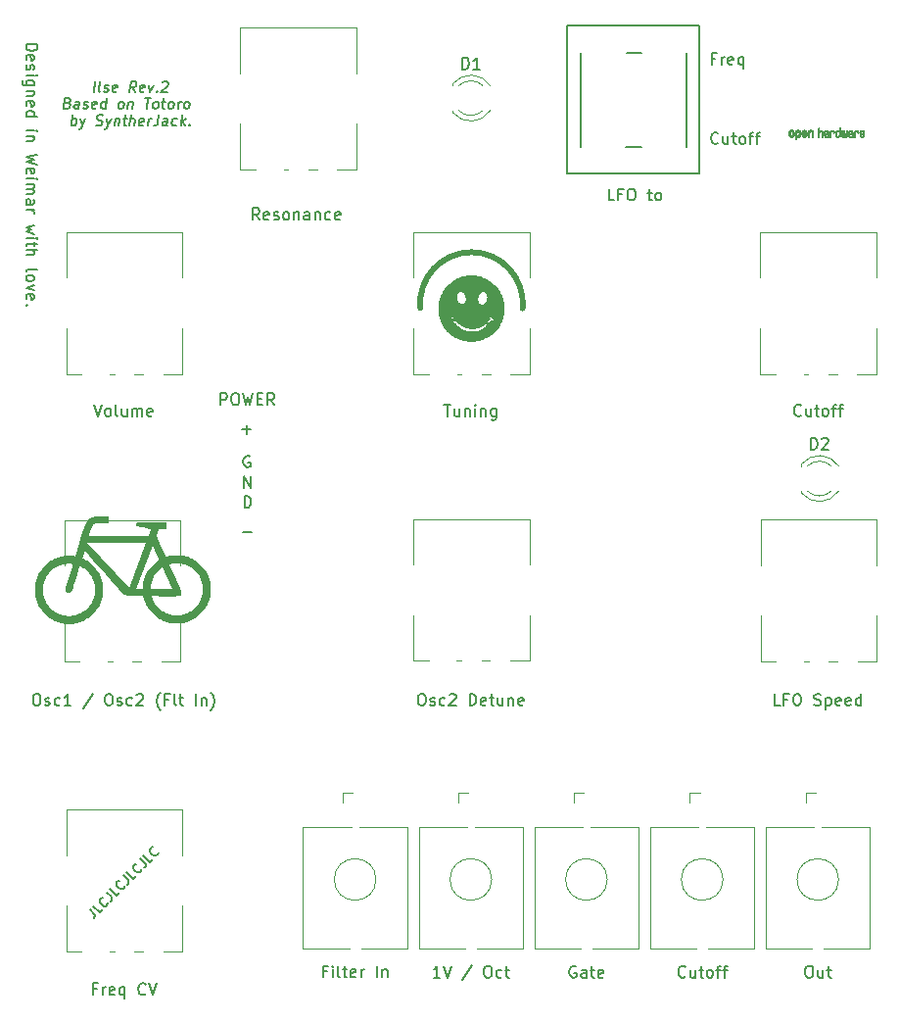
<source format=gbr>
G04 #@! TF.GenerationSoftware,KiCad,Pcbnew,6.0.9-8da3e8f707~118~ubuntu22.10.1*
G04 #@! TF.CreationDate,2022-11-30T23:30:13+01:00*
G04 #@! TF.ProjectId,ilse,696c7365-2e6b-4696-9361-645f70636258,2*
G04 #@! TF.SameCoordinates,PX5702e0cPY22a4fe8*
G04 #@! TF.FileFunction,Legend,Top*
G04 #@! TF.FilePolarity,Positive*
%FSLAX46Y46*%
G04 Gerber Fmt 4.6, Leading zero omitted, Abs format (unit mm)*
G04 Created by KiCad (PCBNEW 6.0.9-8da3e8f707~118~ubuntu22.10.1) date 2022-11-30 23:30:13*
%MOMM*%
%LPD*%
G01*
G04 APERTURE LIST*
%ADD10C,0.647904*%
%ADD11C,0.000000*%
%ADD12C,0.520000*%
%ADD13C,0.150000*%
%ADD14C,0.151000*%
%ADD15C,0.120000*%
%ADD16C,0.010000*%
G04 APERTURE END LIST*
D10*
X17798342Y-47587281D02*
X17861135Y-47696488D01*
X17918726Y-50070123D02*
X17861135Y-50182567D01*
X15965214Y-51517294D02*
X15834703Y-51533878D01*
D11*
G36*
X9898232Y-48142604D02*
G01*
X8978464Y-47094633D01*
X8360409Y-46415867D01*
X7617597Y-45621946D01*
X7411009Y-46267423D01*
X7232842Y-46830814D01*
X7080443Y-47317759D01*
X6951161Y-47733895D01*
X6751343Y-48376289D01*
X6675503Y-48613824D01*
X6642440Y-48714141D01*
X6612173Y-48803099D01*
X6584371Y-48881402D01*
X6558702Y-48949754D01*
X6534835Y-49008860D01*
X6512439Y-49059426D01*
X6491181Y-49102155D01*
X6480875Y-49120801D01*
X6470730Y-49137752D01*
X6460704Y-49153096D01*
X6450756Y-49166922D01*
X6440844Y-49179318D01*
X6430926Y-49190370D01*
X6420962Y-49200169D01*
X6410909Y-49208801D01*
X6400727Y-49216355D01*
X6390374Y-49222919D01*
X6379808Y-49228581D01*
X6368989Y-49233429D01*
X6357874Y-49237551D01*
X6346422Y-49241035D01*
X6322343Y-49246443D01*
X6296420Y-49250357D01*
X6237714Y-49256521D01*
X6222442Y-49255152D01*
X6207385Y-49253111D01*
X6192561Y-49250414D01*
X6177988Y-49247077D01*
X6163685Y-49243114D01*
X6149670Y-49238541D01*
X6135962Y-49233373D01*
X6122578Y-49227626D01*
X6109538Y-49221315D01*
X6096860Y-49214455D01*
X6084562Y-49207061D01*
X6072663Y-49199150D01*
X6061180Y-49190736D01*
X6050133Y-49181834D01*
X6039539Y-49172460D01*
X6029418Y-49162629D01*
X6019787Y-49152357D01*
X6010665Y-49141659D01*
X6002070Y-49130550D01*
X5994021Y-49119046D01*
X5986536Y-49107161D01*
X5979634Y-49094912D01*
X5973332Y-49082313D01*
X5967650Y-49069379D01*
X5962605Y-49056128D01*
X5958216Y-49042572D01*
X5954502Y-49028729D01*
X5951481Y-49014612D01*
X5949171Y-49000238D01*
X5947591Y-48985622D01*
X5946758Y-48970779D01*
X5946692Y-48955724D01*
X5948226Y-48839624D01*
X5967607Y-48744369D01*
X6017384Y-48564599D01*
X6262080Y-47772379D01*
X6790225Y-46104695D01*
X7142087Y-44953460D01*
X7859859Y-44953460D01*
X11432971Y-48847350D01*
X12885383Y-44944550D01*
X7859859Y-44953460D01*
X7142087Y-44953460D01*
X7434756Y-43995892D01*
X7551145Y-43654104D01*
X7606688Y-43506773D01*
X7661446Y-43374121D01*
X7716158Y-43255375D01*
X7771563Y-43149761D01*
X7828397Y-43056509D01*
X7887400Y-42974845D01*
X7949309Y-42903997D01*
X8014862Y-42843192D01*
X8084798Y-42791658D01*
X8159854Y-42748622D01*
X8240768Y-42713311D01*
X8328280Y-42684954D01*
X8423126Y-42662776D01*
X8526044Y-42646007D01*
X8637774Y-42633873D01*
X8759052Y-42625602D01*
X9033208Y-42617557D01*
X9728580Y-42613830D01*
X9716024Y-43204012D01*
X9209784Y-43202214D01*
X9009872Y-43203730D01*
X8840953Y-43209506D01*
X8699665Y-43221527D01*
X8638333Y-43230501D01*
X8582650Y-43241781D01*
X8532194Y-43255616D01*
X8486546Y-43272254D01*
X8445287Y-43291944D01*
X8407995Y-43314933D01*
X8374252Y-43341470D01*
X8343636Y-43371804D01*
X8315728Y-43406182D01*
X8290109Y-43444853D01*
X8266357Y-43488065D01*
X8244054Y-43536068D01*
X8222779Y-43589108D01*
X8202111Y-43647434D01*
X8160920Y-43780939D01*
X8117122Y-43938568D01*
X8008261Y-44334149D01*
X13144104Y-44321591D01*
X13345017Y-43756523D01*
X13138868Y-43711519D01*
X12951791Y-43671698D01*
X12633188Y-43604269D01*
X12500828Y-43574993D01*
X12441201Y-43561101D01*
X12385873Y-43547566D01*
X12334792Y-43534284D01*
X12287905Y-43521152D01*
X12245162Y-43508064D01*
X12206509Y-43494918D01*
X12171895Y-43481607D01*
X12141267Y-43468029D01*
X12114574Y-43454079D01*
X12091762Y-43439653D01*
X12081796Y-43432229D01*
X12072781Y-43424647D01*
X12064711Y-43416893D01*
X12057578Y-43408956D01*
X12051377Y-43400821D01*
X12046100Y-43392475D01*
X12041743Y-43383907D01*
X12038297Y-43375102D01*
X12035756Y-43366048D01*
X12034115Y-43356731D01*
X12033365Y-43347140D01*
X12033502Y-43337259D01*
X12034518Y-43327077D01*
X12036407Y-43316581D01*
X12039162Y-43305757D01*
X12042777Y-43294593D01*
X12047245Y-43283075D01*
X12052560Y-43271190D01*
X12065704Y-43246269D01*
X12082157Y-43219726D01*
X12101867Y-43191455D01*
X14676068Y-43191455D01*
X14701181Y-43769080D01*
X14010542Y-43781637D01*
X13809628Y-44334149D01*
X14179559Y-45156723D01*
X14504878Y-45878832D01*
X15033158Y-47048831D01*
X15417425Y-47898493D01*
X15680633Y-48482168D01*
X15774014Y-48691244D01*
X15845739Y-48854204D01*
X15898677Y-48977841D01*
X15918998Y-49027037D01*
X15935698Y-49068949D01*
X15949137Y-49104428D01*
X15959672Y-49134322D01*
X15967662Y-49159481D01*
X15973467Y-49180753D01*
X15977445Y-49198988D01*
X15979954Y-49215036D01*
X15981354Y-49229745D01*
X15982002Y-49243964D01*
X15972082Y-49320692D01*
X15953389Y-49383759D01*
X15922124Y-49434417D01*
X15874483Y-49473915D01*
X15806666Y-49503505D01*
X15714871Y-49524438D01*
X15595297Y-49537964D01*
X15444142Y-49545334D01*
X12641822Y-49532776D01*
X11483475Y-49523533D01*
X11316465Y-49502623D01*
X11169521Y-49456322D01*
X11028161Y-49375652D01*
X10877902Y-49251637D01*
X10704262Y-49075302D01*
X10572752Y-48927545D01*
X12065616Y-48927545D01*
X15184292Y-48936454D01*
X13491297Y-45185133D01*
X12065616Y-48927545D01*
X10572752Y-48927545D01*
X10492758Y-48837668D01*
X9898232Y-48142604D01*
G37*
D10*
X14671416Y-46489955D02*
X14792585Y-46448955D01*
X13814634Y-47009176D02*
X13909258Y-46927211D01*
X3851567Y-47973041D02*
X3903791Y-47857524D01*
X4324095Y-50741556D02*
X4242130Y-50646932D01*
X13637718Y-47186092D02*
X13724066Y-47095524D01*
X14325030Y-46646462D02*
X14437474Y-46588872D01*
X13275004Y-47696488D02*
X13337797Y-47587281D01*
X8547512Y-47745081D02*
X8605102Y-47857524D01*
X8484719Y-47635873D02*
X8547512Y-47745081D01*
X8344181Y-47427823D02*
X8416888Y-47530066D01*
X15965214Y-46361761D02*
X16093635Y-46384695D01*
X12963649Y-48805329D02*
X12973719Y-48672893D01*
X6521080Y-46393769D02*
X6651591Y-46410353D01*
X8832213Y-49385264D02*
X8809280Y-49513685D01*
X7712501Y-46825679D02*
X7814744Y-46898386D01*
X17226882Y-50951844D02*
X17128367Y-51029262D01*
X3763874Y-49763604D02*
X3728733Y-49639853D01*
X18122903Y-49465093D02*
X18093784Y-49591261D01*
X16583148Y-51342407D02*
X16464723Y-51389101D01*
X15834703Y-51533878D02*
X15702267Y-51543949D01*
X18175885Y-48939527D02*
X18172492Y-49073725D01*
X14671416Y-51389101D02*
X14552991Y-51342407D01*
X8184798Y-50741556D02*
X8098450Y-50832123D01*
X13555753Y-47280715D02*
X13637718Y-47186092D01*
X13478336Y-47379231D02*
X13555753Y-47280715D01*
X8266763Y-47329308D02*
X8344181Y-47427823D01*
X18175885Y-48939527D02*
X18175885Y-48939527D01*
X17128367Y-51029262D02*
X17026123Y-51101968D01*
X8547512Y-50231159D02*
X8484719Y-50340366D01*
X15170925Y-46361761D02*
X15301436Y-46345177D01*
X4796393Y-46825679D02*
X4902200Y-46757848D01*
X8745019Y-48212636D02*
X8780160Y-48336386D01*
X13013237Y-48413962D02*
X13042356Y-48287794D01*
X3646632Y-48988120D02*
X3646632Y-48988120D01*
X12990303Y-49336672D02*
X12973719Y-49206161D01*
X13555753Y-50598340D02*
X13478336Y-50499824D01*
X15568069Y-46331713D02*
X15568069Y-46331713D01*
X8605102Y-47857524D02*
X8657326Y-47973041D01*
X17321505Y-47009176D02*
X17412073Y-47095524D01*
X3763874Y-48212636D02*
X3804874Y-48091466D01*
X8848797Y-49254753D02*
X8832213Y-49385264D01*
X8848797Y-48721486D02*
X8858868Y-48853922D01*
X6651591Y-51565887D02*
X6521080Y-51582471D01*
X4324095Y-47234684D02*
X4410443Y-47144117D01*
X8704020Y-48091466D02*
X8745019Y-48212636D01*
X12963649Y-49073725D02*
X12960255Y-48939527D01*
X17657804Y-47379231D02*
X17730511Y-47481474D01*
X18145837Y-49336672D02*
X18122903Y-49465093D01*
X18093784Y-49591261D02*
X18058643Y-49715012D01*
X8007882Y-47057768D02*
X8098450Y-47144117D01*
X4092006Y-47530066D02*
X4164713Y-47427823D01*
X14916336Y-51465241D02*
X14792585Y-51430100D01*
X16811109Y-46646462D02*
X16920316Y-46709255D01*
X8184798Y-47234684D02*
X8266763Y-47329308D01*
X14552991Y-46536648D02*
X14671416Y-46489955D01*
X7151101Y-51437694D02*
X7029931Y-51478693D01*
X8344181Y-50548417D02*
X8266763Y-50646932D01*
X4595634Y-51000437D02*
X4501011Y-50918472D01*
X16920316Y-46709255D02*
X17026123Y-46777087D01*
X8416888Y-50446174D02*
X8344181Y-50548417D01*
D12*
X45472186Y-24656719D02*
G75*
G03*
X36624804Y-24660546I-4423866J402569D01*
G01*
D10*
X15834703Y-46345177D02*
X15965214Y-46361761D01*
X6906180Y-46462406D02*
X7029931Y-46497548D01*
X3961381Y-47745081D02*
X4024174Y-47635873D01*
X16219803Y-51465241D02*
X16093635Y-51494361D01*
X3650026Y-49122317D02*
X3646632Y-48988120D01*
X4024174Y-50340366D02*
X3961381Y-50231159D01*
X16811109Y-51232593D02*
X16698665Y-51290183D01*
X5602713Y-46462406D02*
X5728881Y-46433287D01*
X7606694Y-46757848D02*
X7712501Y-46825679D01*
X18017643Y-49836181D02*
X17970950Y-49954607D01*
X6780012Y-51542954D02*
X6651591Y-51565887D01*
X4410443Y-50832123D02*
X4324095Y-50741556D01*
X14110016Y-46777087D02*
X14215823Y-46709255D01*
X7606694Y-51218393D02*
X7497486Y-51281186D01*
X18172492Y-48805329D02*
X18175885Y-48939527D01*
X4595634Y-46975804D02*
X4694150Y-46898386D01*
X5011407Y-51281186D02*
X4902200Y-51218393D01*
X8704020Y-49884774D02*
X8657326Y-50003199D01*
X4501011Y-47057768D02*
X4595634Y-46975804D01*
X4164713Y-50548417D02*
X4092006Y-50446174D01*
X17798342Y-50291774D02*
X17730511Y-50397581D01*
X14437474Y-51290183D02*
X14325030Y-51232593D01*
X5123851Y-51338776D02*
X5011407Y-51281186D01*
D11*
G36*
X38269986Y-25395162D02*
G01*
X38237932Y-25256279D01*
X38212687Y-25114916D01*
X38194431Y-24971253D01*
X38183346Y-24825471D01*
X38179611Y-24677749D01*
X38183347Y-24530025D01*
X38194434Y-24384240D01*
X38212691Y-24240575D01*
X38237937Y-24099210D01*
X38269993Y-23960325D01*
X38308677Y-23824101D01*
X38353810Y-23690718D01*
X38355036Y-23687609D01*
X39788351Y-23687609D01*
X39788749Y-23737656D01*
X39793030Y-23788738D01*
X39801332Y-23840566D01*
X39806964Y-23866362D01*
X39813483Y-23891628D01*
X39820860Y-23916338D01*
X39829064Y-23940464D01*
X39838066Y-23963979D01*
X39847837Y-23986857D01*
X39858346Y-24009071D01*
X39869563Y-24030593D01*
X39881460Y-24051397D01*
X39894007Y-24071456D01*
X39907173Y-24090742D01*
X39920929Y-24109229D01*
X39935245Y-24126889D01*
X39950092Y-24143697D01*
X39965440Y-24159624D01*
X39981258Y-24174645D01*
X39997519Y-24188731D01*
X40014191Y-24201857D01*
X40031245Y-24213994D01*
X40048651Y-24225116D01*
X40066380Y-24235197D01*
X40084402Y-24244209D01*
X40102687Y-24252125D01*
X40121206Y-24258918D01*
X40139928Y-24264561D01*
X40158824Y-24269028D01*
X40177865Y-24272291D01*
X40197020Y-24274324D01*
X40216260Y-24275099D01*
X40235555Y-24274590D01*
X40254876Y-24272769D01*
X40274193Y-24269610D01*
X40293249Y-24265141D01*
X40311797Y-24259434D01*
X40329820Y-24252525D01*
X40347301Y-24244450D01*
X40364223Y-24235246D01*
X40380567Y-24224949D01*
X40396319Y-24213595D01*
X40411459Y-24201220D01*
X40425972Y-24187861D01*
X40439839Y-24173553D01*
X40453044Y-24158334D01*
X40465570Y-24142239D01*
X40488515Y-24107569D01*
X40508536Y-24069831D01*
X40525497Y-24029316D01*
X40539261Y-23986315D01*
X40549690Y-23941117D01*
X40556647Y-23894013D01*
X40557166Y-23886471D01*
X41627226Y-23886471D01*
X41627519Y-23912125D01*
X41628747Y-23937397D01*
X41630894Y-23962247D01*
X41633947Y-23986636D01*
X41637891Y-24010525D01*
X41642711Y-24033875D01*
X41648394Y-24056646D01*
X41654924Y-24078799D01*
X41662287Y-24100296D01*
X41670470Y-24121096D01*
X41679457Y-24141162D01*
X41689234Y-24160453D01*
X41699787Y-24178930D01*
X41711101Y-24196554D01*
X41723163Y-24213287D01*
X41735956Y-24229088D01*
X41749468Y-24243920D01*
X41763684Y-24257742D01*
X41778589Y-24270515D01*
X41794169Y-24282200D01*
X41810410Y-24292759D01*
X41827296Y-24302151D01*
X41844815Y-24310338D01*
X41862951Y-24317280D01*
X41881690Y-24322939D01*
X41900789Y-24327227D01*
X41919994Y-24330101D01*
X41939274Y-24331587D01*
X41958596Y-24331714D01*
X41977929Y-24330507D01*
X41997242Y-24327994D01*
X42016501Y-24324202D01*
X42035676Y-24319158D01*
X42054735Y-24312889D01*
X42073645Y-24305422D01*
X42092376Y-24296784D01*
X42110894Y-24287002D01*
X42129170Y-24276103D01*
X42147169Y-24264114D01*
X42164862Y-24251062D01*
X42182216Y-24236975D01*
X42199199Y-24221878D01*
X42215779Y-24205800D01*
X42231925Y-24188768D01*
X42247605Y-24170807D01*
X42277439Y-24132211D01*
X42305026Y-24090228D01*
X42330113Y-24045076D01*
X42352445Y-23996969D01*
X42371767Y-23946124D01*
X42380220Y-23919743D01*
X42387825Y-23892758D01*
X42394474Y-23865522D01*
X42400087Y-23838394D01*
X42404680Y-23811414D01*
X42408267Y-23784620D01*
X42410862Y-23758053D01*
X42412480Y-23731750D01*
X42413135Y-23705752D01*
X42412841Y-23680098D01*
X42411614Y-23654826D01*
X42409466Y-23629975D01*
X42406413Y-23605586D01*
X42402470Y-23581697D01*
X42397649Y-23558348D01*
X42391967Y-23535577D01*
X42385437Y-23513423D01*
X42378073Y-23491927D01*
X42369891Y-23471126D01*
X42360904Y-23451061D01*
X42351127Y-23431770D01*
X42340574Y-23413293D01*
X42329260Y-23395668D01*
X42317199Y-23378935D01*
X42304405Y-23363134D01*
X42290893Y-23348302D01*
X42276678Y-23334480D01*
X42261773Y-23321707D01*
X42246193Y-23310021D01*
X42229952Y-23299463D01*
X42213066Y-23290070D01*
X42195548Y-23281883D01*
X42177412Y-23274941D01*
X42158673Y-23269282D01*
X42139574Y-23264994D01*
X42120368Y-23262120D01*
X42101089Y-23260634D01*
X42081766Y-23260508D01*
X42062433Y-23261715D01*
X42043120Y-23264228D01*
X42023860Y-23268020D01*
X42004685Y-23273064D01*
X41985627Y-23279333D01*
X41966716Y-23286800D01*
X41947985Y-23295438D01*
X41929467Y-23305221D01*
X41911191Y-23316120D01*
X41893191Y-23328109D01*
X41875499Y-23341160D01*
X41858145Y-23355248D01*
X41841162Y-23370344D01*
X41824582Y-23386422D01*
X41808436Y-23403455D01*
X41792756Y-23421416D01*
X41762922Y-23460012D01*
X41735334Y-23501995D01*
X41710247Y-23547147D01*
X41687916Y-23595254D01*
X41668594Y-23646099D01*
X41660141Y-23672480D01*
X41652535Y-23699465D01*
X41645887Y-23726701D01*
X41640273Y-23753829D01*
X41635680Y-23780809D01*
X41632093Y-23807603D01*
X41629498Y-23834170D01*
X41627880Y-23860473D01*
X41627226Y-23886471D01*
X40557166Y-23886471D01*
X40559996Y-23845293D01*
X40559598Y-23795247D01*
X40555317Y-23744165D01*
X40547015Y-23692338D01*
X40541383Y-23666541D01*
X40534864Y-23641275D01*
X40527487Y-23616565D01*
X40519283Y-23592438D01*
X40510280Y-23568922D01*
X40500510Y-23546044D01*
X40490001Y-23523830D01*
X40478783Y-23502308D01*
X40466885Y-23481504D01*
X40454339Y-23461446D01*
X40441173Y-23442159D01*
X40427417Y-23423672D01*
X40413100Y-23406011D01*
X40398253Y-23389204D01*
X40382905Y-23373276D01*
X40367086Y-23358256D01*
X40350826Y-23344170D01*
X40334154Y-23331044D01*
X40317100Y-23318907D01*
X40299693Y-23307784D01*
X40281964Y-23297704D01*
X40263942Y-23288692D01*
X40245657Y-23280776D01*
X40227139Y-23273983D01*
X40208417Y-23268340D01*
X40189520Y-23263873D01*
X40170480Y-23260610D01*
X40151325Y-23258577D01*
X40132085Y-23257802D01*
X40112790Y-23258312D01*
X40093469Y-23260132D01*
X40074152Y-23263292D01*
X40055096Y-23267760D01*
X40036548Y-23273467D01*
X40018525Y-23280376D01*
X40001044Y-23288450D01*
X39984122Y-23297654D01*
X39967777Y-23307952D01*
X39952026Y-23319306D01*
X39936885Y-23331681D01*
X39922373Y-23345040D01*
X39908505Y-23359347D01*
X39895300Y-23374566D01*
X39882775Y-23390661D01*
X39859830Y-23425332D01*
X39839809Y-23463070D01*
X39822848Y-23503585D01*
X39809084Y-23546587D01*
X39798656Y-23591785D01*
X39791699Y-23638889D01*
X39788351Y-23687609D01*
X38355036Y-23687609D01*
X38405210Y-23560357D01*
X38462699Y-23433197D01*
X38526094Y-23309420D01*
X38595217Y-23189205D01*
X38669886Y-23072733D01*
X38749922Y-22960185D01*
X38835143Y-22851740D01*
X38925370Y-22747579D01*
X39020421Y-22647882D01*
X39120118Y-22552830D01*
X39224279Y-22462604D01*
X39332724Y-22377383D01*
X39445273Y-22297347D01*
X39561744Y-22222678D01*
X39681959Y-22153556D01*
X39805737Y-22090160D01*
X39932896Y-22032672D01*
X40063258Y-21981271D01*
X40196640Y-21936139D01*
X40332864Y-21897454D01*
X40471749Y-21865399D01*
X40613114Y-21840153D01*
X40756779Y-21821896D01*
X40902564Y-21810809D01*
X41050288Y-21807072D01*
X41050317Y-21807072D01*
X41192671Y-21810595D01*
X41334058Y-21821110D01*
X41474244Y-21838519D01*
X41612994Y-21862724D01*
X41750071Y-21893629D01*
X41885241Y-21931135D01*
X42018269Y-21975146D01*
X42148919Y-22025563D01*
X42276955Y-22082289D01*
X42402143Y-22145228D01*
X42524247Y-22214281D01*
X42643032Y-22289350D01*
X42758263Y-22370340D01*
X42869704Y-22457151D01*
X42977120Y-22549686D01*
X43080275Y-22647849D01*
X43178441Y-22751001D01*
X43270980Y-22858414D01*
X43357795Y-22969851D01*
X43438787Y-23085079D01*
X43513861Y-23203861D01*
X43582918Y-23325962D01*
X43645860Y-23451147D01*
X43702591Y-23579180D01*
X43753013Y-23709827D01*
X43797028Y-23842851D01*
X43834539Y-23978018D01*
X43865449Y-24115091D01*
X43889659Y-24253837D01*
X43907073Y-24394018D01*
X43917592Y-24535401D01*
X43921121Y-24677749D01*
X43917591Y-24820103D01*
X43907070Y-24961490D01*
X43889655Y-25101675D01*
X43865443Y-25240423D01*
X43834533Y-25377499D01*
X43797021Y-25512668D01*
X43753004Y-25645694D01*
X43702581Y-25776342D01*
X43645849Y-25904376D01*
X43582905Y-26029561D01*
X43513848Y-26151662D01*
X43438773Y-26270444D01*
X43357779Y-26385671D01*
X43270963Y-26497108D01*
X43178423Y-26604520D01*
X43080257Y-26707670D01*
X42977100Y-26805832D01*
X42869684Y-26898366D01*
X42758242Y-26985176D01*
X42643010Y-27066164D01*
X42524223Y-27141232D01*
X42402118Y-27210284D01*
X42276928Y-27273221D01*
X42148889Y-27329946D01*
X42018237Y-27380362D01*
X41885207Y-27424372D01*
X41750033Y-27461876D01*
X41612952Y-27492780D01*
X41474199Y-27516984D01*
X41334009Y-27534391D01*
X41192617Y-27544905D01*
X41050258Y-27548427D01*
X40902534Y-27544688D01*
X40756750Y-27533600D01*
X40613085Y-27515342D01*
X40471720Y-27490094D01*
X40332836Y-27458037D01*
X40196612Y-27419352D01*
X40063230Y-27374218D01*
X39932869Y-27322816D01*
X39805710Y-27265326D01*
X39681933Y-27201930D01*
X39561719Y-27132806D01*
X39445248Y-27058136D01*
X39332700Y-26978100D01*
X39224256Y-26892878D01*
X39120096Y-26802651D01*
X39020401Y-26707599D01*
X38925350Y-26607902D01*
X38835124Y-26503741D01*
X38749904Y-26395296D01*
X38669870Y-26282747D01*
X38595202Y-26166276D01*
X38526080Y-26046061D01*
X38462686Y-25922285D01*
X38405199Y-25795126D01*
X38353800Y-25664766D01*
X38321925Y-25570563D01*
X39205750Y-25570563D01*
X39267296Y-25654123D01*
X39386202Y-25563897D01*
X39451569Y-25669089D01*
X39531663Y-25783053D01*
X39583092Y-25850265D01*
X39641929Y-25922350D01*
X39708041Y-25997847D01*
X39781292Y-26075296D01*
X39861548Y-26153236D01*
X39948675Y-26230207D01*
X40042538Y-26304749D01*
X40143003Y-26375400D01*
X40195668Y-26408810D01*
X40249934Y-26440700D01*
X40305783Y-26470887D01*
X40363198Y-26499189D01*
X40423659Y-26525678D01*
X40488359Y-26550435D01*
X40556856Y-26573286D01*
X40628707Y-26594060D01*
X40703468Y-26612582D01*
X40780696Y-26628682D01*
X40859948Y-26642186D01*
X40940782Y-26652920D01*
X41022753Y-26660714D01*
X41105419Y-26665393D01*
X41188336Y-26666786D01*
X41271062Y-26664720D01*
X41353153Y-26659021D01*
X41434166Y-26649518D01*
X41513658Y-26636037D01*
X41591186Y-26618406D01*
X41666754Y-26595675D01*
X41740856Y-26567055D01*
X41813784Y-26532618D01*
X41885828Y-26492437D01*
X41957280Y-26446583D01*
X42028430Y-26395129D01*
X42099570Y-26338146D01*
X42170990Y-26275706D01*
X42242983Y-26207882D01*
X42315838Y-26134745D01*
X42389847Y-26056368D01*
X42465302Y-25972821D01*
X42621710Y-25790511D01*
X42787391Y-25588390D01*
X42899323Y-25706679D01*
X42961334Y-25628543D01*
X42694994Y-25375070D01*
X42621200Y-25447935D01*
X42731425Y-25542969D01*
X42648303Y-25643075D01*
X42567320Y-25735020D01*
X42488270Y-25819206D01*
X42410949Y-25896037D01*
X42335152Y-25965915D01*
X42260674Y-26029243D01*
X42187312Y-26086425D01*
X42114859Y-26137863D01*
X42043112Y-26183961D01*
X41971865Y-26225122D01*
X41900914Y-26261749D01*
X41830055Y-26294244D01*
X41759082Y-26323012D01*
X41687792Y-26348455D01*
X41615978Y-26370976D01*
X41543437Y-26390978D01*
X41470420Y-26408158D01*
X41397417Y-26421993D01*
X41324577Y-26432558D01*
X41252047Y-26439927D01*
X41179979Y-26444175D01*
X41108519Y-26445375D01*
X41037819Y-26443603D01*
X40968026Y-26438933D01*
X40899290Y-26431440D01*
X40831759Y-26421197D01*
X40765584Y-26408280D01*
X40700912Y-26392762D01*
X40637894Y-26374718D01*
X40576677Y-26354223D01*
X40517412Y-26331352D01*
X40460246Y-26306177D01*
X40404900Y-26279497D01*
X40351005Y-26252123D01*
X40298582Y-26224158D01*
X40247650Y-26195702D01*
X40198231Y-26166857D01*
X40150343Y-26137722D01*
X40104007Y-26108399D01*
X40059243Y-26078990D01*
X39974510Y-26020314D01*
X39896306Y-25962502D01*
X39824789Y-25906362D01*
X39760120Y-25852702D01*
X39702460Y-25802329D01*
X39651968Y-25756052D01*
X39608804Y-25714678D01*
X39573130Y-25679015D01*
X39524887Y-25628054D01*
X39508521Y-25609630D01*
X39443874Y-25526224D01*
X39553325Y-25437703D01*
X39489609Y-25367320D01*
X39205750Y-25570563D01*
X38321925Y-25570563D01*
X38308668Y-25531384D01*
X38269986Y-25395162D01*
G37*
D10*
X17321505Y-50869879D02*
X17226882Y-50951844D01*
X5987813Y-51582471D02*
X5857302Y-51565887D01*
X8832213Y-48590975D02*
X8848797Y-48721486D01*
X6388644Y-46383699D02*
X6521080Y-46393769D01*
X3646632Y-48988120D02*
X3650026Y-48853922D01*
X13724066Y-47095524D02*
X13814634Y-47009176D01*
X12973719Y-49206161D02*
X12963649Y-49073725D01*
X13337797Y-47587281D02*
X13405629Y-47481474D01*
X18145837Y-48542383D02*
X18162421Y-48672893D01*
X7385042Y-46637464D02*
X7497486Y-46695055D01*
X3903791Y-47857524D02*
X3961381Y-47745081D01*
X14215823Y-51169800D02*
X14110016Y-51101968D01*
X13405629Y-47481474D02*
X13478336Y-47379231D01*
X18175885Y-48939527D02*
X18175885Y-48939527D01*
X15568069Y-51547342D02*
X15433872Y-51543949D01*
X18093784Y-48287794D02*
X18122903Y-48413962D01*
X5239367Y-46585241D02*
X5357792Y-46538547D01*
X15433872Y-46335106D02*
X15568069Y-46331713D01*
X3699614Y-49513685D02*
X3676680Y-49385264D01*
X6780012Y-46433287D02*
X6906180Y-46462406D01*
X13042356Y-48287794D02*
X13077498Y-48164043D01*
X6254446Y-51595935D02*
X6254446Y-51595935D01*
X8098450Y-50832123D02*
X8007882Y-50918472D01*
X13337797Y-50291774D02*
X13275004Y-50182567D01*
X6906180Y-51513834D02*
X6780012Y-51542954D01*
X5239367Y-51391000D02*
X5123851Y-51338776D01*
X14215823Y-46709255D02*
X14325030Y-46646462D01*
X3699614Y-48462554D02*
X3728733Y-48336386D01*
X3650026Y-48853922D02*
X3660096Y-48721486D01*
X4902200Y-51218393D02*
X4796393Y-51150561D01*
X8484719Y-50340366D02*
X8416888Y-50446174D01*
X7269526Y-51391000D02*
X7151101Y-51437694D01*
X14552991Y-51342407D02*
X14437474Y-51290183D01*
X14916336Y-46413814D02*
X15042504Y-46384695D01*
X12960255Y-48939527D02*
X12963649Y-48805329D01*
X4796393Y-51150561D02*
X4694150Y-51077854D01*
X6521080Y-51582471D02*
X6388644Y-51592542D01*
X16343554Y-46448955D02*
X16464723Y-46489955D01*
X7497486Y-46695055D02*
X7606694Y-46757848D01*
X18162421Y-48672893D02*
X18172492Y-48805329D01*
X13217414Y-50070123D02*
X13165190Y-49954607D01*
X16093635Y-46384695D02*
X16219803Y-46413814D01*
X13405629Y-50397581D02*
X13337797Y-50291774D01*
X14792585Y-51430100D02*
X14671416Y-51389101D01*
X15433872Y-51543949D02*
X15301436Y-51533878D01*
X3804874Y-48091466D02*
X3851567Y-47973041D01*
X5728881Y-51542954D02*
X5602713Y-51513834D01*
X6254446Y-51595935D02*
X6120249Y-51592542D01*
X18058643Y-49715012D02*
X18017643Y-49836181D01*
X14007773Y-51029262D02*
X13909258Y-50951844D01*
X15702267Y-46335106D02*
X15834703Y-46345177D01*
X3851567Y-50003199D02*
X3804874Y-49884774D01*
X5857302Y-51565887D02*
X5728881Y-51542954D01*
X8416888Y-47530066D02*
X8484719Y-47635873D01*
X12973719Y-48672893D02*
X12990303Y-48542383D01*
X12990303Y-48542383D02*
X13013237Y-48413962D01*
X3728733Y-49639853D02*
X3699614Y-49513685D01*
X13077498Y-48164043D02*
X13118497Y-48042873D01*
X13217414Y-47808932D02*
X13275004Y-47696488D01*
X13275004Y-50182567D02*
X13217414Y-50070123D01*
X18172492Y-49073725D02*
X18162421Y-49206161D01*
X14110016Y-51101968D02*
X14007773Y-51029262D01*
X15170925Y-51517294D02*
X15042504Y-51494361D01*
X13118497Y-48042873D02*
X13165190Y-47924448D01*
X4501011Y-50918472D02*
X4410443Y-50832123D01*
X13909258Y-50951844D02*
X13814634Y-50869879D01*
X8657326Y-47973041D02*
X8704020Y-48091466D01*
X18122903Y-48413962D02*
X18145837Y-48542383D01*
X8862261Y-48988120D02*
X8862261Y-48988120D01*
X17861135Y-50182567D02*
X17798342Y-50291774D01*
X16698665Y-46588872D02*
X16811109Y-46646462D01*
X14007773Y-46849794D02*
X14110016Y-46777087D01*
X7269526Y-46585241D02*
X7385042Y-46637464D01*
X6120249Y-46383699D02*
X6254446Y-46380306D01*
X8657326Y-50003199D02*
X8605102Y-50118715D01*
X13077498Y-49715012D02*
X13042356Y-49591261D01*
X18162421Y-49206161D02*
X18145837Y-49336672D01*
X7814744Y-51077854D02*
X7712501Y-51150561D01*
X7029931Y-51478693D02*
X6906180Y-51513834D01*
X8809280Y-48462554D02*
X8832213Y-48590975D01*
X17861135Y-47696488D02*
X17918726Y-47808932D01*
X8745019Y-49763604D02*
X8704020Y-49884774D01*
X8862261Y-48988120D02*
X8862261Y-48988120D01*
X15568069Y-46331713D02*
X15702267Y-46335106D01*
X3660096Y-48721486D02*
X3676680Y-48590975D01*
X17026123Y-51101968D02*
X16920316Y-51169800D01*
X16464723Y-46489955D02*
X16583148Y-46536648D01*
X4242130Y-50646932D02*
X4164713Y-50548417D01*
X17412073Y-50783531D02*
X17321505Y-50869879D01*
X17970950Y-47924448D02*
X18017643Y-48042873D01*
X8098450Y-47144117D02*
X8184798Y-47234684D01*
X13013237Y-49465093D02*
X12990303Y-49336672D01*
X4694150Y-51077854D02*
X4595634Y-51000437D01*
X8858868Y-48853922D02*
X8862261Y-48988120D01*
X5357792Y-46538547D02*
X5478962Y-46497548D01*
X15301436Y-46345177D02*
X15433872Y-46335106D01*
X5011407Y-46695055D02*
X5123851Y-46637464D01*
X16093635Y-51494361D02*
X15965214Y-51517294D01*
X8858868Y-49122317D02*
X8848797Y-49254753D01*
X16920316Y-51169800D02*
X16811109Y-51232593D01*
X4024174Y-47635873D02*
X4092006Y-47530066D01*
X7029931Y-46497548D02*
X7151101Y-46538547D01*
X13118497Y-49836181D02*
X13077498Y-49715012D01*
X4164713Y-47427823D02*
X4242130Y-47329308D01*
X5357792Y-51437694D02*
X5239367Y-51391000D01*
X17026123Y-46777087D02*
X17128367Y-46849794D01*
X5987813Y-46393769D02*
X6120249Y-46383699D01*
X6651591Y-46410353D02*
X6780012Y-46433287D01*
X17226882Y-46927211D02*
X17321505Y-47009176D01*
X13637718Y-50692963D02*
X13555753Y-50598340D01*
X12960255Y-48939527D02*
X12960255Y-48939527D01*
X5857302Y-46410353D02*
X5987813Y-46393769D01*
X7814744Y-46898386D02*
X7913259Y-46975804D01*
X5602713Y-51513834D02*
X5478962Y-51478693D01*
X8862261Y-48988120D02*
X8858868Y-49122317D01*
X13724066Y-50783531D02*
X13637718Y-50692963D01*
X17580386Y-50598340D02*
X17498421Y-50692963D01*
X8266763Y-50646932D02*
X8184798Y-50741556D01*
X3728733Y-48336386D02*
X3763874Y-48212636D01*
X13478336Y-50499824D02*
X13405629Y-50397581D01*
X4092006Y-50446174D02*
X4024174Y-50340366D01*
X5478962Y-51478693D02*
X5357792Y-51437694D01*
X8780160Y-49639853D02*
X8745019Y-49763604D01*
X16219803Y-46413814D02*
X16343554Y-46448955D01*
X17730511Y-47481474D02*
X17798342Y-47587281D01*
X17918726Y-47808932D02*
X17970950Y-47924448D01*
X7913259Y-51000437D02*
X7814744Y-51077854D01*
X8780160Y-48336386D02*
X8809280Y-48462554D01*
X16583148Y-46536648D02*
X16698665Y-46588872D01*
X13814634Y-50869879D02*
X13724066Y-50783531D01*
X18058643Y-48164043D02*
X18093784Y-48287794D01*
X15301436Y-51533878D02*
X15170925Y-51517294D01*
X8605102Y-50118715D02*
X8547512Y-50231159D01*
X17970950Y-49954607D02*
X17918726Y-50070123D01*
X17657804Y-50499824D02*
X17580386Y-50598340D01*
X17128367Y-46849794D02*
X17226882Y-46927211D01*
X8809280Y-49513685D02*
X8780160Y-49639853D01*
X6120249Y-51592542D02*
X5987813Y-51582471D01*
X3804874Y-49884774D02*
X3763874Y-49763604D01*
X8007882Y-50918472D02*
X7913259Y-51000437D01*
X3961381Y-50231159D02*
X3903791Y-50118715D01*
X17580386Y-47280715D02*
X17657804Y-47379231D01*
X15702267Y-51543949D02*
X15568069Y-51547342D01*
X3903791Y-50118715D02*
X3851567Y-50003199D01*
X3676680Y-48590975D02*
X3699614Y-48462554D01*
X7712501Y-51150561D02*
X7606694Y-51218393D01*
X5123851Y-46637464D02*
X5239367Y-46585241D01*
X4242130Y-47329308D02*
X4324095Y-47234684D01*
X14437474Y-46588872D02*
X14552991Y-46536648D01*
X17498421Y-47186092D02*
X17580386Y-47280715D01*
X7497486Y-51281186D02*
X7385042Y-51338776D01*
X3660096Y-49254753D02*
X3650026Y-49122317D01*
X4902200Y-46757848D02*
X5011407Y-46695055D01*
X16698665Y-51290183D02*
X16583148Y-51342407D01*
X15042504Y-46384695D02*
X15170925Y-46361761D01*
X14792585Y-46448955D02*
X14916336Y-46413814D01*
X5478962Y-46497548D02*
X5602713Y-46462406D01*
X6388644Y-51592542D02*
X6254446Y-51595935D01*
X13165190Y-47924448D02*
X13217414Y-47808932D01*
X18017643Y-48042873D02*
X18058643Y-48164043D01*
X13042356Y-49591261D02*
X13013237Y-49465093D01*
X13165190Y-49954607D02*
X13118497Y-49836181D01*
X15042504Y-51494361D02*
X14916336Y-51465241D01*
X4694150Y-46898386D02*
X4796393Y-46825679D01*
X4410443Y-47144117D02*
X4501011Y-47057768D01*
X5728881Y-46433287D02*
X5857302Y-46410353D01*
X6254446Y-46380306D02*
X6254446Y-46380306D01*
X17412073Y-47095524D02*
X17498421Y-47186092D01*
X17498421Y-50692963D02*
X17412073Y-50783531D01*
X14325030Y-51232593D02*
X14215823Y-51169800D01*
X13909258Y-46927211D02*
X14007773Y-46849794D01*
X7385042Y-51338776D02*
X7269526Y-51391000D01*
X6254446Y-46380306D02*
X6388644Y-46383699D01*
X16343554Y-51430100D02*
X16219803Y-51465241D01*
X3676680Y-49385264D02*
X3660096Y-49254753D01*
X15568069Y-51547342D02*
X15568069Y-51547342D01*
X7151101Y-46538547D02*
X7269526Y-46585241D01*
X17730511Y-50397581D02*
X17657804Y-50499824D01*
X7913259Y-46975804D02*
X8007882Y-47057768D01*
X16464723Y-51389101D02*
X16343554Y-51430100D01*
D13*
X2547619Y-1835595D02*
X3547619Y-1835595D01*
X3547619Y-2073690D01*
X3500000Y-2216547D01*
X3404761Y-2311785D01*
X3309523Y-2359404D01*
X3119047Y-2407023D01*
X2976190Y-2407023D01*
X2785714Y-2359404D01*
X2690476Y-2311785D01*
X2595238Y-2216547D01*
X2547619Y-2073690D01*
X2547619Y-1835595D01*
X2595238Y-3216547D02*
X2547619Y-3121309D01*
X2547619Y-2930833D01*
X2595238Y-2835595D01*
X2690476Y-2787976D01*
X3071428Y-2787976D01*
X3166666Y-2835595D01*
X3214285Y-2930833D01*
X3214285Y-3121309D01*
X3166666Y-3216547D01*
X3071428Y-3264166D01*
X2976190Y-3264166D01*
X2880952Y-2787976D01*
X2595238Y-3645119D02*
X2547619Y-3740357D01*
X2547619Y-3930833D01*
X2595238Y-4026071D01*
X2690476Y-4073690D01*
X2738095Y-4073690D01*
X2833333Y-4026071D01*
X2880952Y-3930833D01*
X2880952Y-3787976D01*
X2928571Y-3692738D01*
X3023809Y-3645119D01*
X3071428Y-3645119D01*
X3166666Y-3692738D01*
X3214285Y-3787976D01*
X3214285Y-3930833D01*
X3166666Y-4026071D01*
X2547619Y-4502261D02*
X3214285Y-4502261D01*
X3547619Y-4502261D02*
X3500000Y-4454642D01*
X3452380Y-4502261D01*
X3500000Y-4549880D01*
X3547619Y-4502261D01*
X3452380Y-4502261D01*
X3214285Y-5407023D02*
X2404761Y-5407023D01*
X2309523Y-5359404D01*
X2261904Y-5311785D01*
X2214285Y-5216547D01*
X2214285Y-5073690D01*
X2261904Y-4978452D01*
X2595238Y-5407023D02*
X2547619Y-5311785D01*
X2547619Y-5121309D01*
X2595238Y-5026071D01*
X2642857Y-4978452D01*
X2738095Y-4930833D01*
X3023809Y-4930833D01*
X3119047Y-4978452D01*
X3166666Y-5026071D01*
X3214285Y-5121309D01*
X3214285Y-5311785D01*
X3166666Y-5407023D01*
X3214285Y-5883214D02*
X2547619Y-5883214D01*
X3119047Y-5883214D02*
X3166666Y-5930833D01*
X3214285Y-6026071D01*
X3214285Y-6168928D01*
X3166666Y-6264166D01*
X3071428Y-6311785D01*
X2547619Y-6311785D01*
X2595238Y-7168928D02*
X2547619Y-7073690D01*
X2547619Y-6883214D01*
X2595238Y-6787976D01*
X2690476Y-6740357D01*
X3071428Y-6740357D01*
X3166666Y-6787976D01*
X3214285Y-6883214D01*
X3214285Y-7073690D01*
X3166666Y-7168928D01*
X3071428Y-7216547D01*
X2976190Y-7216547D01*
X2880952Y-6740357D01*
X2547619Y-8073690D02*
X3547619Y-8073690D01*
X2595238Y-8073690D02*
X2547619Y-7978452D01*
X2547619Y-7787976D01*
X2595238Y-7692738D01*
X2642857Y-7645119D01*
X2738095Y-7597500D01*
X3023809Y-7597500D01*
X3119047Y-7645119D01*
X3166666Y-7692738D01*
X3214285Y-7787976D01*
X3214285Y-7978452D01*
X3166666Y-8073690D01*
X2547619Y-9311785D02*
X3214285Y-9311785D01*
X3547619Y-9311785D02*
X3500000Y-9264166D01*
X3452380Y-9311785D01*
X3500000Y-9359404D01*
X3547619Y-9311785D01*
X3452380Y-9311785D01*
X3214285Y-9787976D02*
X2547619Y-9787976D01*
X3119047Y-9787976D02*
X3166666Y-9835595D01*
X3214285Y-9930833D01*
X3214285Y-10073690D01*
X3166666Y-10168928D01*
X3071428Y-10216547D01*
X2547619Y-10216547D01*
X3547619Y-11359404D02*
X2547619Y-11597500D01*
X3261904Y-11787976D01*
X2547619Y-11978452D01*
X3547619Y-12216547D01*
X2595238Y-12978452D02*
X2547619Y-12883214D01*
X2547619Y-12692738D01*
X2595238Y-12597500D01*
X2690476Y-12549880D01*
X3071428Y-12549880D01*
X3166666Y-12597500D01*
X3214285Y-12692738D01*
X3214285Y-12883214D01*
X3166666Y-12978452D01*
X3071428Y-13026071D01*
X2976190Y-13026071D01*
X2880952Y-12549880D01*
X2547619Y-13454642D02*
X3214285Y-13454642D01*
X3547619Y-13454642D02*
X3500000Y-13407023D01*
X3452380Y-13454642D01*
X3500000Y-13502261D01*
X3547619Y-13454642D01*
X3452380Y-13454642D01*
X2547619Y-13930833D02*
X3214285Y-13930833D01*
X3119047Y-13930833D02*
X3166666Y-13978452D01*
X3214285Y-14073690D01*
X3214285Y-14216547D01*
X3166666Y-14311785D01*
X3071428Y-14359404D01*
X2547619Y-14359404D01*
X3071428Y-14359404D02*
X3166666Y-14407023D01*
X3214285Y-14502261D01*
X3214285Y-14645119D01*
X3166666Y-14740357D01*
X3071428Y-14787976D01*
X2547619Y-14787976D01*
X2547619Y-15692738D02*
X3071428Y-15692738D01*
X3166666Y-15645119D01*
X3214285Y-15549880D01*
X3214285Y-15359404D01*
X3166666Y-15264166D01*
X2595238Y-15692738D02*
X2547619Y-15597500D01*
X2547619Y-15359404D01*
X2595238Y-15264166D01*
X2690476Y-15216547D01*
X2785714Y-15216547D01*
X2880952Y-15264166D01*
X2928571Y-15359404D01*
X2928571Y-15597500D01*
X2976190Y-15692738D01*
X2547619Y-16168928D02*
X3214285Y-16168928D01*
X3023809Y-16168928D02*
X3119047Y-16216547D01*
X3166666Y-16264166D01*
X3214285Y-16359404D01*
X3214285Y-16454642D01*
X3214285Y-17454642D02*
X2547619Y-17645119D01*
X3023809Y-17835595D01*
X2547619Y-18026071D01*
X3214285Y-18216547D01*
X2547619Y-18597500D02*
X3214285Y-18597500D01*
X3547619Y-18597500D02*
X3500000Y-18549880D01*
X3452380Y-18597500D01*
X3500000Y-18645119D01*
X3547619Y-18597500D01*
X3452380Y-18597500D01*
X3214285Y-18930833D02*
X3214285Y-19311785D01*
X3547619Y-19073690D02*
X2690476Y-19073690D01*
X2595238Y-19121309D01*
X2547619Y-19216547D01*
X2547619Y-19311785D01*
X2547619Y-19645119D02*
X3547619Y-19645119D01*
X2547619Y-20073690D02*
X3071428Y-20073690D01*
X3166666Y-20026071D01*
X3214285Y-19930833D01*
X3214285Y-19787976D01*
X3166666Y-19692738D01*
X3119047Y-19645119D01*
X2547619Y-21454642D02*
X2595238Y-21359404D01*
X2690476Y-21311785D01*
X3547619Y-21311785D01*
X2547619Y-21978452D02*
X2595238Y-21883214D01*
X2642857Y-21835595D01*
X2738095Y-21787976D01*
X3023809Y-21787976D01*
X3119047Y-21835595D01*
X3166666Y-21883214D01*
X3214285Y-21978452D01*
X3214285Y-22121309D01*
X3166666Y-22216547D01*
X3119047Y-22264166D01*
X3023809Y-22311785D01*
X2738095Y-22311785D01*
X2642857Y-22264166D01*
X2595238Y-22216547D01*
X2547619Y-22121309D01*
X2547619Y-21978452D01*
X3214285Y-22645119D02*
X2547619Y-22883214D01*
X3214285Y-23121309D01*
X2595238Y-23883214D02*
X2547619Y-23787976D01*
X2547619Y-23597499D01*
X2595238Y-23502261D01*
X2690476Y-23454642D01*
X3071428Y-23454642D01*
X3166666Y-23502261D01*
X3214285Y-23597499D01*
X3214285Y-23787976D01*
X3166666Y-23883214D01*
X3071428Y-23930833D01*
X2976190Y-23930833D01*
X2880952Y-23454642D01*
X2642857Y-24359404D02*
X2595238Y-24407023D01*
X2547619Y-24359404D01*
X2595238Y-24311785D01*
X2642857Y-24359404D01*
X2547619Y-24359404D01*
X8397994Y-5968542D02*
X8510494Y-5068542D01*
X8955137Y-5968542D02*
X8874780Y-5925685D01*
X8842637Y-5839971D01*
X8939066Y-5068542D01*
X9260494Y-5925685D02*
X9340851Y-5968542D01*
X9512280Y-5968542D01*
X9603351Y-5925685D01*
X9656923Y-5839971D01*
X9662280Y-5797114D01*
X9630137Y-5711400D01*
X9549780Y-5668542D01*
X9421208Y-5668542D01*
X9340851Y-5625685D01*
X9308708Y-5539971D01*
X9314066Y-5497114D01*
X9367637Y-5411400D01*
X9458708Y-5368542D01*
X9587280Y-5368542D01*
X9667637Y-5411400D01*
X10374780Y-5925685D02*
X10283708Y-5968542D01*
X10112280Y-5968542D01*
X10031923Y-5925685D01*
X9999780Y-5839971D01*
X10042637Y-5497114D01*
X10096208Y-5411400D01*
X10187280Y-5368542D01*
X10358708Y-5368542D01*
X10439066Y-5411400D01*
X10471208Y-5497114D01*
X10460494Y-5582828D01*
X10021208Y-5668542D01*
X11997994Y-5968542D02*
X11751566Y-5539971D01*
X11483708Y-5968542D02*
X11596208Y-5068542D01*
X11939066Y-5068542D01*
X12019423Y-5111400D01*
X12056923Y-5154257D01*
X12089066Y-5239971D01*
X12072994Y-5368542D01*
X12019423Y-5454257D01*
X11971208Y-5497114D01*
X11880137Y-5539971D01*
X11537280Y-5539971D01*
X12731923Y-5925685D02*
X12640851Y-5968542D01*
X12469423Y-5968542D01*
X12389066Y-5925685D01*
X12356923Y-5839971D01*
X12399780Y-5497114D01*
X12453351Y-5411400D01*
X12544423Y-5368542D01*
X12715851Y-5368542D01*
X12796208Y-5411400D01*
X12828351Y-5497114D01*
X12817637Y-5582828D01*
X12378351Y-5668542D01*
X13144423Y-5368542D02*
X13283708Y-5968542D01*
X13572994Y-5368542D01*
X13851566Y-5882828D02*
X13889066Y-5925685D01*
X13840851Y-5968542D01*
X13803351Y-5925685D01*
X13851566Y-5882828D01*
X13840851Y-5968542D01*
X14328351Y-5154257D02*
X14376566Y-5111400D01*
X14467637Y-5068542D01*
X14681923Y-5068542D01*
X14762280Y-5111400D01*
X14799780Y-5154257D01*
X14831923Y-5239971D01*
X14821208Y-5325685D01*
X14762280Y-5454257D01*
X14183708Y-5968542D01*
X14740851Y-5968542D01*
X6164066Y-6946114D02*
X6287280Y-6988971D01*
X6324780Y-7031828D01*
X6356923Y-7117542D01*
X6340851Y-7246114D01*
X6287280Y-7331828D01*
X6239066Y-7374685D01*
X6147994Y-7417542D01*
X5805137Y-7417542D01*
X5917637Y-6517542D01*
X6217637Y-6517542D01*
X6297994Y-6560400D01*
X6335494Y-6603257D01*
X6367637Y-6688971D01*
X6356923Y-6774685D01*
X6303351Y-6860400D01*
X6255137Y-6903257D01*
X6164066Y-6946114D01*
X5864066Y-6946114D01*
X7090851Y-7417542D02*
X7149780Y-6946114D01*
X7117637Y-6860400D01*
X7037280Y-6817542D01*
X6865851Y-6817542D01*
X6774780Y-6860400D01*
X7096208Y-7374685D02*
X7005137Y-7417542D01*
X6790851Y-7417542D01*
X6710494Y-7374685D01*
X6678351Y-7288971D01*
X6689066Y-7203257D01*
X6742637Y-7117542D01*
X6833708Y-7074685D01*
X7047994Y-7074685D01*
X7139066Y-7031828D01*
X7481923Y-7374685D02*
X7562280Y-7417542D01*
X7733708Y-7417542D01*
X7824780Y-7374685D01*
X7878351Y-7288971D01*
X7883708Y-7246114D01*
X7851566Y-7160400D01*
X7771208Y-7117542D01*
X7642637Y-7117542D01*
X7562280Y-7074685D01*
X7530137Y-6988971D01*
X7535494Y-6946114D01*
X7589066Y-6860400D01*
X7680137Y-6817542D01*
X7808708Y-6817542D01*
X7889066Y-6860400D01*
X8596208Y-7374685D02*
X8505137Y-7417542D01*
X8333708Y-7417542D01*
X8253351Y-7374685D01*
X8221208Y-7288971D01*
X8264066Y-6946114D01*
X8317637Y-6860400D01*
X8408708Y-6817542D01*
X8580137Y-6817542D01*
X8660494Y-6860400D01*
X8692637Y-6946114D01*
X8681923Y-7031828D01*
X8242637Y-7117542D01*
X9405137Y-7417542D02*
X9517637Y-6517542D01*
X9410494Y-7374685D02*
X9319423Y-7417542D01*
X9147994Y-7417542D01*
X9067637Y-7374685D01*
X9030137Y-7331828D01*
X8997994Y-7246114D01*
X9030137Y-6988971D01*
X9083708Y-6903257D01*
X9131923Y-6860400D01*
X9222994Y-6817542D01*
X9394423Y-6817542D01*
X9474780Y-6860400D01*
X10647994Y-7417542D02*
X10567637Y-7374685D01*
X10530137Y-7331828D01*
X10497994Y-7246114D01*
X10530137Y-6988971D01*
X10583708Y-6903257D01*
X10631923Y-6860400D01*
X10722994Y-6817542D01*
X10851566Y-6817542D01*
X10931923Y-6860400D01*
X10969423Y-6903257D01*
X11001566Y-6988971D01*
X10969423Y-7246114D01*
X10915851Y-7331828D01*
X10867637Y-7374685D01*
X10776566Y-7417542D01*
X10647994Y-7417542D01*
X11408708Y-6817542D02*
X11333708Y-7417542D01*
X11397994Y-6903257D02*
X11446208Y-6860400D01*
X11537280Y-6817542D01*
X11665851Y-6817542D01*
X11746208Y-6860400D01*
X11778351Y-6946114D01*
X11719423Y-7417542D01*
X12817637Y-6517542D02*
X13331923Y-6517542D01*
X12962280Y-7417542D02*
X13074780Y-6517542D01*
X13647994Y-7417542D02*
X13567637Y-7374685D01*
X13530137Y-7331828D01*
X13497994Y-7246114D01*
X13530137Y-6988971D01*
X13583708Y-6903257D01*
X13631923Y-6860400D01*
X13722994Y-6817542D01*
X13851566Y-6817542D01*
X13931923Y-6860400D01*
X13969423Y-6903257D01*
X14001566Y-6988971D01*
X13969423Y-7246114D01*
X13915851Y-7331828D01*
X13867637Y-7374685D01*
X13776566Y-7417542D01*
X13647994Y-7417542D01*
X14280137Y-6817542D02*
X14622994Y-6817542D01*
X14446208Y-6517542D02*
X14349780Y-7288971D01*
X14381923Y-7374685D01*
X14462280Y-7417542D01*
X14547994Y-7417542D01*
X14976566Y-7417542D02*
X14896208Y-7374685D01*
X14858708Y-7331828D01*
X14826566Y-7246114D01*
X14858708Y-6988971D01*
X14912280Y-6903257D01*
X14960494Y-6860400D01*
X15051566Y-6817542D01*
X15180137Y-6817542D01*
X15260494Y-6860400D01*
X15297994Y-6903257D01*
X15330137Y-6988971D01*
X15297994Y-7246114D01*
X15244423Y-7331828D01*
X15196208Y-7374685D01*
X15105137Y-7417542D01*
X14976566Y-7417542D01*
X15662280Y-7417542D02*
X15737280Y-6817542D01*
X15715851Y-6988971D02*
X15769423Y-6903257D01*
X15817637Y-6860400D01*
X15908708Y-6817542D01*
X15994423Y-6817542D01*
X16347994Y-7417542D02*
X16267637Y-7374685D01*
X16230137Y-7331828D01*
X16197994Y-7246114D01*
X16230137Y-6988971D01*
X16283708Y-6903257D01*
X16331923Y-6860400D01*
X16422994Y-6817542D01*
X16551566Y-6817542D01*
X16631923Y-6860400D01*
X16669423Y-6903257D01*
X16701566Y-6988971D01*
X16669423Y-7246114D01*
X16615851Y-7331828D01*
X16567637Y-7374685D01*
X16476566Y-7417542D01*
X16347994Y-7417542D01*
X6447994Y-8866542D02*
X6560494Y-7966542D01*
X6517637Y-8309400D02*
X6608708Y-8266542D01*
X6780137Y-8266542D01*
X6860494Y-8309400D01*
X6897994Y-8352257D01*
X6930137Y-8437971D01*
X6897994Y-8695114D01*
X6844423Y-8780828D01*
X6796208Y-8823685D01*
X6705137Y-8866542D01*
X6533708Y-8866542D01*
X6453351Y-8823685D01*
X7251566Y-8266542D02*
X7390851Y-8866542D01*
X7680137Y-8266542D02*
X7390851Y-8866542D01*
X7278351Y-9080828D01*
X7230137Y-9123685D01*
X7139066Y-9166542D01*
X8596208Y-8823685D02*
X8719423Y-8866542D01*
X8933708Y-8866542D01*
X9024780Y-8823685D01*
X9072994Y-8780828D01*
X9126566Y-8695114D01*
X9137280Y-8609400D01*
X9105137Y-8523685D01*
X9067637Y-8480828D01*
X8987280Y-8437971D01*
X8821208Y-8395114D01*
X8740851Y-8352257D01*
X8703351Y-8309400D01*
X8671208Y-8223685D01*
X8681923Y-8137971D01*
X8735494Y-8052257D01*
X8783708Y-8009400D01*
X8874780Y-7966542D01*
X9089066Y-7966542D01*
X9212280Y-8009400D01*
X9480137Y-8266542D02*
X9619423Y-8866542D01*
X9908708Y-8266542D02*
X9619423Y-8866542D01*
X9506923Y-9080828D01*
X9458708Y-9123685D01*
X9367637Y-9166542D01*
X10251566Y-8266542D02*
X10176566Y-8866542D01*
X10240851Y-8352257D02*
X10289066Y-8309400D01*
X10380137Y-8266542D01*
X10508708Y-8266542D01*
X10589066Y-8309400D01*
X10621208Y-8395114D01*
X10562280Y-8866542D01*
X10937280Y-8266542D02*
X11280137Y-8266542D01*
X11103351Y-7966542D02*
X11006923Y-8737971D01*
X11039066Y-8823685D01*
X11119423Y-8866542D01*
X11205137Y-8866542D01*
X11505137Y-8866542D02*
X11617637Y-7966542D01*
X11890851Y-8866542D02*
X11949780Y-8395114D01*
X11917637Y-8309400D01*
X11837280Y-8266542D01*
X11708708Y-8266542D01*
X11617637Y-8309400D01*
X11569423Y-8352257D01*
X12667637Y-8823685D02*
X12576566Y-8866542D01*
X12405137Y-8866542D01*
X12324780Y-8823685D01*
X12292637Y-8737971D01*
X12335494Y-8395114D01*
X12389066Y-8309400D01*
X12480137Y-8266542D01*
X12651566Y-8266542D01*
X12731923Y-8309400D01*
X12764066Y-8395114D01*
X12753351Y-8480828D01*
X12314066Y-8566542D01*
X13090851Y-8866542D02*
X13165851Y-8266542D01*
X13144423Y-8437971D02*
X13197994Y-8352257D01*
X13246208Y-8309400D01*
X13337280Y-8266542D01*
X13422994Y-8266542D01*
X14017637Y-7966542D02*
X13937280Y-8609400D01*
X13878351Y-8737971D01*
X13781923Y-8823685D01*
X13647994Y-8866542D01*
X13562280Y-8866542D01*
X14719423Y-8866542D02*
X14778351Y-8395114D01*
X14746208Y-8309400D01*
X14665851Y-8266542D01*
X14494423Y-8266542D01*
X14403351Y-8309400D01*
X14724780Y-8823685D02*
X14633708Y-8866542D01*
X14419423Y-8866542D01*
X14339066Y-8823685D01*
X14306923Y-8737971D01*
X14317637Y-8652257D01*
X14371208Y-8566542D01*
X14462280Y-8523685D01*
X14676566Y-8523685D01*
X14767637Y-8480828D01*
X15539066Y-8823685D02*
X15447994Y-8866542D01*
X15276566Y-8866542D01*
X15196208Y-8823685D01*
X15158708Y-8780828D01*
X15126566Y-8695114D01*
X15158708Y-8437971D01*
X15212280Y-8352257D01*
X15260494Y-8309400D01*
X15351566Y-8266542D01*
X15522994Y-8266542D01*
X15603351Y-8309400D01*
X15919423Y-8866542D02*
X16031923Y-7966542D01*
X16047994Y-8523685D02*
X16262280Y-8866542D01*
X16337280Y-8266542D02*
X15951566Y-8609400D01*
X16658708Y-8780828D02*
X16696208Y-8823685D01*
X16647994Y-8866542D01*
X16610494Y-8823685D01*
X16658708Y-8780828D01*
X16647994Y-8866542D01*
X28539633Y-81939809D02*
X28206299Y-81939809D01*
X28206299Y-82463618D02*
X28206299Y-81463618D01*
X28682490Y-81463618D01*
X29063442Y-82463618D02*
X29063442Y-81796952D01*
X29063442Y-81463618D02*
X29015823Y-81511238D01*
X29063442Y-81558857D01*
X29111061Y-81511238D01*
X29063442Y-81463618D01*
X29063442Y-81558857D01*
X29682490Y-82463618D02*
X29587252Y-82415999D01*
X29539633Y-82320761D01*
X29539633Y-81463618D01*
X29920585Y-81796952D02*
X30301537Y-81796952D01*
X30063442Y-81463618D02*
X30063442Y-82320761D01*
X30111061Y-82415999D01*
X30206299Y-82463618D01*
X30301537Y-82463618D01*
X31015823Y-82415999D02*
X30920585Y-82463618D01*
X30730109Y-82463618D01*
X30634871Y-82415999D01*
X30587252Y-82320761D01*
X30587252Y-81939809D01*
X30634871Y-81844571D01*
X30730109Y-81796952D01*
X30920585Y-81796952D01*
X31015823Y-81844571D01*
X31063442Y-81939809D01*
X31063442Y-82035047D01*
X30587252Y-82130285D01*
X31492014Y-82463618D02*
X31492014Y-81796952D01*
X31492014Y-81987428D02*
X31539633Y-81892190D01*
X31587252Y-81844571D01*
X31682490Y-81796952D01*
X31777728Y-81796952D01*
X32872966Y-82463618D02*
X32872966Y-81463618D01*
X33349156Y-81796952D02*
X33349156Y-82463618D01*
X33349156Y-81892190D02*
X33396775Y-81844571D01*
X33492014Y-81796952D01*
X33634871Y-81796952D01*
X33730109Y-81844571D01*
X33777728Y-81939809D01*
X33777728Y-82463618D01*
X22717523Y-17013180D02*
X22384190Y-16536990D01*
X22146095Y-17013180D02*
X22146095Y-16013180D01*
X22527047Y-16013180D01*
X22622285Y-16060800D01*
X22669904Y-16108419D01*
X22717523Y-16203657D01*
X22717523Y-16346514D01*
X22669904Y-16441752D01*
X22622285Y-16489371D01*
X22527047Y-16536990D01*
X22146095Y-16536990D01*
X23527047Y-16965561D02*
X23431809Y-17013180D01*
X23241333Y-17013180D01*
X23146095Y-16965561D01*
X23098476Y-16870323D01*
X23098476Y-16489371D01*
X23146095Y-16394133D01*
X23241333Y-16346514D01*
X23431809Y-16346514D01*
X23527047Y-16394133D01*
X23574666Y-16489371D01*
X23574666Y-16584609D01*
X23098476Y-16679847D01*
X23955619Y-16965561D02*
X24050857Y-17013180D01*
X24241333Y-17013180D01*
X24336571Y-16965561D01*
X24384190Y-16870323D01*
X24384190Y-16822704D01*
X24336571Y-16727466D01*
X24241333Y-16679847D01*
X24098476Y-16679847D01*
X24003238Y-16632228D01*
X23955619Y-16536990D01*
X23955619Y-16489371D01*
X24003238Y-16394133D01*
X24098476Y-16346514D01*
X24241333Y-16346514D01*
X24336571Y-16394133D01*
X24955619Y-17013180D02*
X24860380Y-16965561D01*
X24812761Y-16917942D01*
X24765142Y-16822704D01*
X24765142Y-16536990D01*
X24812761Y-16441752D01*
X24860380Y-16394133D01*
X24955619Y-16346514D01*
X25098476Y-16346514D01*
X25193714Y-16394133D01*
X25241333Y-16441752D01*
X25288952Y-16536990D01*
X25288952Y-16822704D01*
X25241333Y-16917942D01*
X25193714Y-16965561D01*
X25098476Y-17013180D01*
X24955619Y-17013180D01*
X25717523Y-16346514D02*
X25717523Y-17013180D01*
X25717523Y-16441752D02*
X25765142Y-16394133D01*
X25860380Y-16346514D01*
X26003238Y-16346514D01*
X26098476Y-16394133D01*
X26146095Y-16489371D01*
X26146095Y-17013180D01*
X27050857Y-17013180D02*
X27050857Y-16489371D01*
X27003238Y-16394133D01*
X26908000Y-16346514D01*
X26717523Y-16346514D01*
X26622285Y-16394133D01*
X27050857Y-16965561D02*
X26955619Y-17013180D01*
X26717523Y-17013180D01*
X26622285Y-16965561D01*
X26574666Y-16870323D01*
X26574666Y-16775085D01*
X26622285Y-16679847D01*
X26717523Y-16632228D01*
X26955619Y-16632228D01*
X27050857Y-16584609D01*
X27527047Y-16346514D02*
X27527047Y-17013180D01*
X27527047Y-16441752D02*
X27574666Y-16394133D01*
X27669904Y-16346514D01*
X27812761Y-16346514D01*
X27908000Y-16394133D01*
X27955619Y-16489371D01*
X27955619Y-17013180D01*
X28860380Y-16965561D02*
X28765142Y-17013180D01*
X28574666Y-17013180D01*
X28479428Y-16965561D01*
X28431809Y-16917942D01*
X28384190Y-16822704D01*
X28384190Y-16536990D01*
X28431809Y-16441752D01*
X28479428Y-16394133D01*
X28574666Y-16346514D01*
X28765142Y-16346514D01*
X28860380Y-16394133D01*
X29669904Y-16965561D02*
X29574666Y-17013180D01*
X29384190Y-17013180D01*
X29288952Y-16965561D01*
X29241333Y-16870323D01*
X29241333Y-16489371D01*
X29288952Y-16394133D01*
X29384190Y-16346514D01*
X29574666Y-16346514D01*
X29669904Y-16394133D01*
X29717523Y-16489371D01*
X29717523Y-16584609D01*
X29241333Y-16679847D01*
X69539633Y-33888380D02*
X69492014Y-33935999D01*
X69349156Y-33983618D01*
X69253918Y-33983618D01*
X69111061Y-33935999D01*
X69015823Y-33840761D01*
X68968204Y-33745523D01*
X68920585Y-33555047D01*
X68920585Y-33412190D01*
X68968204Y-33221714D01*
X69015823Y-33126476D01*
X69111061Y-33031238D01*
X69253918Y-32983618D01*
X69349156Y-32983618D01*
X69492014Y-33031238D01*
X69539633Y-33078857D01*
X70396775Y-33316952D02*
X70396775Y-33983618D01*
X69968204Y-33316952D02*
X69968204Y-33840761D01*
X70015823Y-33935999D01*
X70111061Y-33983618D01*
X70253918Y-33983618D01*
X70349156Y-33935999D01*
X70396775Y-33888380D01*
X70730109Y-33316952D02*
X71111061Y-33316952D01*
X70872966Y-32983618D02*
X70872966Y-33840761D01*
X70920585Y-33935999D01*
X71015823Y-33983618D01*
X71111061Y-33983618D01*
X71587252Y-33983618D02*
X71492014Y-33935999D01*
X71444394Y-33888380D01*
X71396775Y-33793142D01*
X71396775Y-33507428D01*
X71444394Y-33412190D01*
X71492014Y-33364571D01*
X71587252Y-33316952D01*
X71730109Y-33316952D01*
X71825347Y-33364571D01*
X71872966Y-33412190D01*
X71920585Y-33507428D01*
X71920585Y-33793142D01*
X71872966Y-33888380D01*
X71825347Y-33935999D01*
X71730109Y-33983618D01*
X71587252Y-33983618D01*
X72206299Y-33316952D02*
X72587252Y-33316952D01*
X72349156Y-33983618D02*
X72349156Y-33126476D01*
X72396775Y-33031238D01*
X72492014Y-32983618D01*
X72587252Y-32983618D01*
X72777728Y-33316952D02*
X73158680Y-33316952D01*
X72920585Y-33983618D02*
X72920585Y-33126476D01*
X72968204Y-33031238D01*
X73063442Y-32983618D01*
X73158680Y-32983618D01*
X67730109Y-58983618D02*
X67253918Y-58983618D01*
X67253918Y-57983618D01*
X68396775Y-58459809D02*
X68063442Y-58459809D01*
X68063442Y-58983618D02*
X68063442Y-57983618D01*
X68539633Y-57983618D01*
X69111061Y-57983618D02*
X69301537Y-57983618D01*
X69396775Y-58031238D01*
X69492014Y-58126476D01*
X69539633Y-58316952D01*
X69539633Y-58650285D01*
X69492014Y-58840761D01*
X69396775Y-58935999D01*
X69301537Y-58983618D01*
X69111061Y-58983618D01*
X69015823Y-58935999D01*
X68920585Y-58840761D01*
X68872966Y-58650285D01*
X68872966Y-58316952D01*
X68920585Y-58126476D01*
X69015823Y-58031238D01*
X69111061Y-57983618D01*
X70682490Y-58935999D02*
X70825347Y-58983618D01*
X71063442Y-58983618D01*
X71158680Y-58935999D01*
X71206299Y-58888380D01*
X71253918Y-58793142D01*
X71253918Y-58697904D01*
X71206299Y-58602666D01*
X71158680Y-58555047D01*
X71063442Y-58507428D01*
X70872966Y-58459809D01*
X70777728Y-58412190D01*
X70730109Y-58364571D01*
X70682490Y-58269333D01*
X70682490Y-58174095D01*
X70730109Y-58078857D01*
X70777728Y-58031238D01*
X70872966Y-57983618D01*
X71111061Y-57983618D01*
X71253918Y-58031238D01*
X71682490Y-58316952D02*
X71682490Y-59316952D01*
X71682490Y-58364571D02*
X71777728Y-58316952D01*
X71968204Y-58316952D01*
X72063442Y-58364571D01*
X72111061Y-58412190D01*
X72158680Y-58507428D01*
X72158680Y-58793142D01*
X72111061Y-58888380D01*
X72063442Y-58935999D01*
X71968204Y-58983618D01*
X71777728Y-58983618D01*
X71682490Y-58935999D01*
X72968204Y-58935999D02*
X72872966Y-58983618D01*
X72682490Y-58983618D01*
X72587252Y-58935999D01*
X72539633Y-58840761D01*
X72539633Y-58459809D01*
X72587252Y-58364571D01*
X72682490Y-58316952D01*
X72872966Y-58316952D01*
X72968204Y-58364571D01*
X73015823Y-58459809D01*
X73015823Y-58555047D01*
X72539633Y-58650285D01*
X73825347Y-58935999D02*
X73730109Y-58983618D01*
X73539633Y-58983618D01*
X73444394Y-58935999D01*
X73396775Y-58840761D01*
X73396775Y-58459809D01*
X73444394Y-58364571D01*
X73539633Y-58316952D01*
X73730109Y-58316952D01*
X73825347Y-58364571D01*
X73872966Y-58459809D01*
X73872966Y-58555047D01*
X73396775Y-58650285D01*
X74730109Y-58983618D02*
X74730109Y-57983618D01*
X74730109Y-58935999D02*
X74634871Y-58983618D01*
X74444394Y-58983618D01*
X74349156Y-58935999D01*
X74301537Y-58888380D01*
X74253918Y-58793142D01*
X74253918Y-58507428D01*
X74301537Y-58412190D01*
X74349156Y-58364571D01*
X74444394Y-58316952D01*
X74634871Y-58316952D01*
X74730109Y-58364571D01*
X50087252Y-81531238D02*
X49992014Y-81483618D01*
X49849156Y-81483618D01*
X49706299Y-81531238D01*
X49611061Y-81626476D01*
X49563442Y-81721714D01*
X49515823Y-81912190D01*
X49515823Y-82055047D01*
X49563442Y-82245523D01*
X49611061Y-82340761D01*
X49706299Y-82435999D01*
X49849156Y-82483618D01*
X49944394Y-82483618D01*
X50087252Y-82435999D01*
X50134871Y-82388380D01*
X50134871Y-82055047D01*
X49944394Y-82055047D01*
X50992014Y-82483618D02*
X50992014Y-81959809D01*
X50944394Y-81864571D01*
X50849156Y-81816952D01*
X50658680Y-81816952D01*
X50563442Y-81864571D01*
X50992014Y-82435999D02*
X50896775Y-82483618D01*
X50658680Y-82483618D01*
X50563442Y-82435999D01*
X50515823Y-82340761D01*
X50515823Y-82245523D01*
X50563442Y-82150285D01*
X50658680Y-82102666D01*
X50896775Y-82102666D01*
X50992014Y-82055047D01*
X51325347Y-81816952D02*
X51706299Y-81816952D01*
X51468204Y-81483618D02*
X51468204Y-82340761D01*
X51515823Y-82435999D01*
X51611061Y-82483618D01*
X51706299Y-82483618D01*
X52420585Y-82435999D02*
X52325347Y-82483618D01*
X52134871Y-82483618D01*
X52039633Y-82435999D01*
X51992014Y-82340761D01*
X51992014Y-81959809D01*
X52039633Y-81864571D01*
X52134871Y-81816952D01*
X52325347Y-81816952D01*
X52420585Y-81864571D01*
X52468204Y-81959809D01*
X52468204Y-82055047D01*
X51992014Y-82150285D01*
X59539633Y-82388380D02*
X59492014Y-82435999D01*
X59349156Y-82483618D01*
X59253918Y-82483618D01*
X59111061Y-82435999D01*
X59015823Y-82340761D01*
X58968204Y-82245523D01*
X58920585Y-82055047D01*
X58920585Y-81912190D01*
X58968204Y-81721714D01*
X59015823Y-81626476D01*
X59111061Y-81531238D01*
X59253918Y-81483618D01*
X59349156Y-81483618D01*
X59492014Y-81531238D01*
X59539633Y-81578857D01*
X60396775Y-81816952D02*
X60396775Y-82483618D01*
X59968204Y-81816952D02*
X59968204Y-82340761D01*
X60015823Y-82435999D01*
X60111061Y-82483618D01*
X60253918Y-82483618D01*
X60349156Y-82435999D01*
X60396775Y-82388380D01*
X60730109Y-81816952D02*
X61111061Y-81816952D01*
X60872966Y-81483618D02*
X60872966Y-82340761D01*
X60920585Y-82435999D01*
X61015823Y-82483618D01*
X61111061Y-82483618D01*
X61587252Y-82483618D02*
X61492014Y-82435999D01*
X61444394Y-82388380D01*
X61396775Y-82293142D01*
X61396775Y-82007428D01*
X61444394Y-81912190D01*
X61492014Y-81864571D01*
X61587252Y-81816952D01*
X61730109Y-81816952D01*
X61825347Y-81864571D01*
X61872966Y-81912190D01*
X61920585Y-82007428D01*
X61920585Y-82293142D01*
X61872966Y-82388380D01*
X61825347Y-82435999D01*
X61730109Y-82483618D01*
X61587252Y-82483618D01*
X62206299Y-81816952D02*
X62587252Y-81816952D01*
X62349156Y-82483618D02*
X62349156Y-81626476D01*
X62396775Y-81531238D01*
X62492014Y-81483618D01*
X62587252Y-81483618D01*
X62777728Y-81816952D02*
X63158680Y-81816952D01*
X62920585Y-82483618D02*
X62920585Y-81626476D01*
X62968204Y-81531238D01*
X63063442Y-81483618D01*
X63158680Y-81483618D01*
X8396775Y-32983618D02*
X8730109Y-33983618D01*
X9063442Y-32983618D01*
X9539633Y-33983618D02*
X9444394Y-33935999D01*
X9396775Y-33888380D01*
X9349156Y-33793142D01*
X9349156Y-33507428D01*
X9396775Y-33412190D01*
X9444394Y-33364571D01*
X9539633Y-33316952D01*
X9682490Y-33316952D01*
X9777728Y-33364571D01*
X9825347Y-33412190D01*
X9872966Y-33507428D01*
X9872966Y-33793142D01*
X9825347Y-33888380D01*
X9777728Y-33935999D01*
X9682490Y-33983618D01*
X9539633Y-33983618D01*
X10444394Y-33983618D02*
X10349156Y-33935999D01*
X10301537Y-33840761D01*
X10301537Y-32983618D01*
X11253918Y-33316952D02*
X11253918Y-33983618D01*
X10825347Y-33316952D02*
X10825347Y-33840761D01*
X10872966Y-33935999D01*
X10968204Y-33983618D01*
X11111061Y-33983618D01*
X11206299Y-33935999D01*
X11253918Y-33888380D01*
X11730109Y-33983618D02*
X11730109Y-33316952D01*
X11730109Y-33412190D02*
X11777728Y-33364571D01*
X11872966Y-33316952D01*
X12015823Y-33316952D01*
X12111061Y-33364571D01*
X12158680Y-33459809D01*
X12158680Y-33983618D01*
X12158680Y-33459809D02*
X12206299Y-33364571D01*
X12301537Y-33316952D01*
X12444394Y-33316952D01*
X12539633Y-33364571D01*
X12587252Y-33459809D01*
X12587252Y-33983618D01*
X13444394Y-33935999D02*
X13349156Y-33983618D01*
X13158680Y-33983618D01*
X13063442Y-33935999D01*
X13015823Y-33840761D01*
X13015823Y-33459809D01*
X13063442Y-33364571D01*
X13158680Y-33316952D01*
X13349156Y-33316952D01*
X13444394Y-33364571D01*
X13492014Y-33459809D01*
X13492014Y-33555047D01*
X13015823Y-33650285D01*
X53406895Y-15336780D02*
X52930704Y-15336780D01*
X52930704Y-14336780D01*
X54073561Y-14812971D02*
X53740228Y-14812971D01*
X53740228Y-15336780D02*
X53740228Y-14336780D01*
X54216419Y-14336780D01*
X54787847Y-14336780D02*
X54978323Y-14336780D01*
X55073561Y-14384400D01*
X55168800Y-14479638D01*
X55216419Y-14670114D01*
X55216419Y-15003447D01*
X55168800Y-15193923D01*
X55073561Y-15289161D01*
X54978323Y-15336780D01*
X54787847Y-15336780D01*
X54692609Y-15289161D01*
X54597371Y-15193923D01*
X54549752Y-15003447D01*
X54549752Y-14670114D01*
X54597371Y-14479638D01*
X54692609Y-14384400D01*
X54787847Y-14336780D01*
X56264038Y-14670114D02*
X56644990Y-14670114D01*
X56406895Y-14336780D02*
X56406895Y-15193923D01*
X56454514Y-15289161D01*
X56549752Y-15336780D01*
X56644990Y-15336780D01*
X57121180Y-15336780D02*
X57025942Y-15289161D01*
X56978323Y-15241542D01*
X56930704Y-15146304D01*
X56930704Y-14860590D01*
X56978323Y-14765352D01*
X57025942Y-14717733D01*
X57121180Y-14670114D01*
X57264038Y-14670114D01*
X57359276Y-14717733D01*
X57406895Y-14765352D01*
X57454514Y-14860590D01*
X57454514Y-15146304D01*
X57406895Y-15241542D01*
X57359276Y-15289161D01*
X57264038Y-15336780D01*
X57121180Y-15336780D01*
X3372966Y-57983618D02*
X3563442Y-57983618D01*
X3658680Y-58031238D01*
X3753918Y-58126476D01*
X3801537Y-58316952D01*
X3801537Y-58650285D01*
X3753918Y-58840761D01*
X3658680Y-58935999D01*
X3563442Y-58983618D01*
X3372966Y-58983618D01*
X3277728Y-58935999D01*
X3182490Y-58840761D01*
X3134871Y-58650285D01*
X3134871Y-58316952D01*
X3182490Y-58126476D01*
X3277728Y-58031238D01*
X3372966Y-57983618D01*
X4182490Y-58935999D02*
X4277728Y-58983618D01*
X4468204Y-58983618D01*
X4563442Y-58935999D01*
X4611061Y-58840761D01*
X4611061Y-58793142D01*
X4563442Y-58697904D01*
X4468204Y-58650285D01*
X4325347Y-58650285D01*
X4230109Y-58602666D01*
X4182490Y-58507428D01*
X4182490Y-58459809D01*
X4230109Y-58364571D01*
X4325347Y-58316952D01*
X4468204Y-58316952D01*
X4563442Y-58364571D01*
X5468204Y-58935999D02*
X5372966Y-58983618D01*
X5182490Y-58983618D01*
X5087252Y-58935999D01*
X5039633Y-58888380D01*
X4992014Y-58793142D01*
X4992014Y-58507428D01*
X5039633Y-58412190D01*
X5087252Y-58364571D01*
X5182490Y-58316952D01*
X5372966Y-58316952D01*
X5468204Y-58364571D01*
X6420585Y-58983618D02*
X5849156Y-58983618D01*
X6134871Y-58983618D02*
X6134871Y-57983618D01*
X6039633Y-58126476D01*
X5944394Y-58221714D01*
X5849156Y-58269333D01*
X8325347Y-57935999D02*
X7468204Y-59221714D01*
X9611061Y-57983618D02*
X9801537Y-57983618D01*
X9896775Y-58031238D01*
X9992014Y-58126476D01*
X10039633Y-58316952D01*
X10039633Y-58650285D01*
X9992014Y-58840761D01*
X9896775Y-58935999D01*
X9801537Y-58983618D01*
X9611061Y-58983618D01*
X9515823Y-58935999D01*
X9420585Y-58840761D01*
X9372966Y-58650285D01*
X9372966Y-58316952D01*
X9420585Y-58126476D01*
X9515823Y-58031238D01*
X9611061Y-57983618D01*
X10420585Y-58935999D02*
X10515823Y-58983618D01*
X10706299Y-58983618D01*
X10801537Y-58935999D01*
X10849156Y-58840761D01*
X10849156Y-58793142D01*
X10801537Y-58697904D01*
X10706299Y-58650285D01*
X10563442Y-58650285D01*
X10468204Y-58602666D01*
X10420585Y-58507428D01*
X10420585Y-58459809D01*
X10468204Y-58364571D01*
X10563442Y-58316952D01*
X10706299Y-58316952D01*
X10801537Y-58364571D01*
X11706299Y-58935999D02*
X11611061Y-58983618D01*
X11420585Y-58983618D01*
X11325347Y-58935999D01*
X11277728Y-58888380D01*
X11230109Y-58793142D01*
X11230109Y-58507428D01*
X11277728Y-58412190D01*
X11325347Y-58364571D01*
X11420585Y-58316952D01*
X11611061Y-58316952D01*
X11706299Y-58364571D01*
X12087252Y-58078857D02*
X12134871Y-58031238D01*
X12230109Y-57983618D01*
X12468204Y-57983618D01*
X12563442Y-58031238D01*
X12611061Y-58078857D01*
X12658680Y-58174095D01*
X12658680Y-58269333D01*
X12611061Y-58412190D01*
X12039633Y-58983618D01*
X12658680Y-58983618D01*
X14134871Y-59364571D02*
X14087252Y-59316952D01*
X13992014Y-59174095D01*
X13944394Y-59078857D01*
X13896775Y-58935999D01*
X13849156Y-58697904D01*
X13849156Y-58507428D01*
X13896775Y-58269333D01*
X13944394Y-58126476D01*
X13992014Y-58031238D01*
X14087252Y-57888380D01*
X14134871Y-57840761D01*
X14849156Y-58459809D02*
X14515823Y-58459809D01*
X14515823Y-58983618D02*
X14515823Y-57983618D01*
X14992014Y-57983618D01*
X15515823Y-58983618D02*
X15420585Y-58935999D01*
X15372966Y-58840761D01*
X15372966Y-57983618D01*
X15753918Y-58316952D02*
X16134871Y-58316952D01*
X15896775Y-57983618D02*
X15896775Y-58840761D01*
X15944394Y-58935999D01*
X16039633Y-58983618D01*
X16134871Y-58983618D01*
X17230109Y-58983618D02*
X17230109Y-57983618D01*
X17706299Y-58316952D02*
X17706299Y-58983618D01*
X17706299Y-58412190D02*
X17753918Y-58364571D01*
X17849156Y-58316952D01*
X17992014Y-58316952D01*
X18087252Y-58364571D01*
X18134871Y-58459809D01*
X18134871Y-58983618D01*
X18515823Y-59364571D02*
X18563442Y-59316952D01*
X18658680Y-59174095D01*
X18706299Y-59078857D01*
X18753918Y-58935999D01*
X18801537Y-58697904D01*
X18801537Y-58507428D01*
X18753918Y-58269333D01*
X18706299Y-58126476D01*
X18658680Y-58031238D01*
X18563442Y-57888380D01*
X18515823Y-57840761D01*
X38325347Y-82483618D02*
X37753918Y-82483618D01*
X38039633Y-82483618D02*
X38039633Y-81483618D01*
X37944394Y-81626476D01*
X37849156Y-81721714D01*
X37753918Y-81769333D01*
X38611061Y-81483618D02*
X38944394Y-82483618D01*
X39277728Y-81483618D01*
X41087252Y-81435999D02*
X40230109Y-82721714D01*
X42372966Y-81483618D02*
X42563442Y-81483618D01*
X42658680Y-81531238D01*
X42753918Y-81626476D01*
X42801537Y-81816952D01*
X42801537Y-82150285D01*
X42753918Y-82340761D01*
X42658680Y-82435999D01*
X42563442Y-82483618D01*
X42372966Y-82483618D01*
X42277728Y-82435999D01*
X42182490Y-82340761D01*
X42134871Y-82150285D01*
X42134871Y-81816952D01*
X42182490Y-81626476D01*
X42277728Y-81531238D01*
X42372966Y-81483618D01*
X43658680Y-82435999D02*
X43563442Y-82483618D01*
X43372966Y-82483618D01*
X43277728Y-82435999D01*
X43230109Y-82388380D01*
X43182490Y-82293142D01*
X43182490Y-82007428D01*
X43230109Y-81912190D01*
X43277728Y-81864571D01*
X43372966Y-81816952D01*
X43563442Y-81816952D01*
X43658680Y-81864571D01*
X43944394Y-81816952D02*
X44325347Y-81816952D01*
X44087252Y-81483618D02*
X44087252Y-82340761D01*
X44134871Y-82435999D01*
X44230109Y-82483618D01*
X44325347Y-82483618D01*
X36658680Y-57983618D02*
X36849156Y-57983618D01*
X36944394Y-58031238D01*
X37039633Y-58126476D01*
X37087252Y-58316952D01*
X37087252Y-58650285D01*
X37039633Y-58840761D01*
X36944394Y-58935999D01*
X36849156Y-58983618D01*
X36658680Y-58983618D01*
X36563442Y-58935999D01*
X36468204Y-58840761D01*
X36420585Y-58650285D01*
X36420585Y-58316952D01*
X36468204Y-58126476D01*
X36563442Y-58031238D01*
X36658680Y-57983618D01*
X37468204Y-58935999D02*
X37563442Y-58983618D01*
X37753918Y-58983618D01*
X37849156Y-58935999D01*
X37896775Y-58840761D01*
X37896775Y-58793142D01*
X37849156Y-58697904D01*
X37753918Y-58650285D01*
X37611061Y-58650285D01*
X37515823Y-58602666D01*
X37468204Y-58507428D01*
X37468204Y-58459809D01*
X37515823Y-58364571D01*
X37611061Y-58316952D01*
X37753918Y-58316952D01*
X37849156Y-58364571D01*
X38753918Y-58935999D02*
X38658680Y-58983618D01*
X38468204Y-58983618D01*
X38372966Y-58935999D01*
X38325347Y-58888380D01*
X38277728Y-58793142D01*
X38277728Y-58507428D01*
X38325347Y-58412190D01*
X38372966Y-58364571D01*
X38468204Y-58316952D01*
X38658680Y-58316952D01*
X38753918Y-58364571D01*
X39134871Y-58078857D02*
X39182490Y-58031238D01*
X39277728Y-57983618D01*
X39515823Y-57983618D01*
X39611061Y-58031238D01*
X39658680Y-58078857D01*
X39706299Y-58174095D01*
X39706299Y-58269333D01*
X39658680Y-58412190D01*
X39087252Y-58983618D01*
X39706299Y-58983618D01*
X40896775Y-58983618D02*
X40896775Y-57983618D01*
X41134871Y-57983618D01*
X41277728Y-58031238D01*
X41372966Y-58126476D01*
X41420585Y-58221714D01*
X41468204Y-58412190D01*
X41468204Y-58555047D01*
X41420585Y-58745523D01*
X41372966Y-58840761D01*
X41277728Y-58935999D01*
X41134871Y-58983618D01*
X40896775Y-58983618D01*
X42277728Y-58935999D02*
X42182490Y-58983618D01*
X41992014Y-58983618D01*
X41896775Y-58935999D01*
X41849156Y-58840761D01*
X41849156Y-58459809D01*
X41896775Y-58364571D01*
X41992014Y-58316952D01*
X42182490Y-58316952D01*
X42277728Y-58364571D01*
X42325347Y-58459809D01*
X42325347Y-58555047D01*
X41849156Y-58650285D01*
X42611061Y-58316952D02*
X42992014Y-58316952D01*
X42753918Y-57983618D02*
X42753918Y-58840761D01*
X42801537Y-58935999D01*
X42896775Y-58983618D01*
X42992014Y-58983618D01*
X43753918Y-58316952D02*
X43753918Y-58983618D01*
X43325347Y-58316952D02*
X43325347Y-58840761D01*
X43372966Y-58935999D01*
X43468204Y-58983618D01*
X43611061Y-58983618D01*
X43706299Y-58935999D01*
X43753918Y-58888380D01*
X44230109Y-58316952D02*
X44230109Y-58983618D01*
X44230109Y-58412190D02*
X44277728Y-58364571D01*
X44372966Y-58316952D01*
X44515823Y-58316952D01*
X44611061Y-58364571D01*
X44658680Y-58459809D01*
X44658680Y-58983618D01*
X45515823Y-58935999D02*
X45420585Y-58983618D01*
X45230109Y-58983618D01*
X45134871Y-58935999D01*
X45087252Y-58840761D01*
X45087252Y-58459809D01*
X45134871Y-58364571D01*
X45230109Y-58316952D01*
X45420585Y-58316952D01*
X45515823Y-58364571D01*
X45563442Y-58459809D01*
X45563442Y-58555047D01*
X45087252Y-58650285D01*
X38658680Y-32983618D02*
X39230109Y-32983618D01*
X38944394Y-33983618D02*
X38944394Y-32983618D01*
X39992014Y-33316952D02*
X39992014Y-33983618D01*
X39563442Y-33316952D02*
X39563442Y-33840761D01*
X39611061Y-33935999D01*
X39706299Y-33983618D01*
X39849156Y-33983618D01*
X39944394Y-33935999D01*
X39992014Y-33888380D01*
X40468204Y-33316952D02*
X40468204Y-33983618D01*
X40468204Y-33412190D02*
X40515823Y-33364571D01*
X40611061Y-33316952D01*
X40753918Y-33316952D01*
X40849156Y-33364571D01*
X40896775Y-33459809D01*
X40896775Y-33983618D01*
X41372966Y-33983618D02*
X41372966Y-33316952D01*
X41372966Y-32983618D02*
X41325347Y-33031238D01*
X41372966Y-33078857D01*
X41420585Y-33031238D01*
X41372966Y-32983618D01*
X41372966Y-33078857D01*
X41849156Y-33316952D02*
X41849156Y-33983618D01*
X41849156Y-33412190D02*
X41896775Y-33364571D01*
X41992014Y-33316952D01*
X42134871Y-33316952D01*
X42230109Y-33364571D01*
X42277728Y-33459809D01*
X42277728Y-33983618D01*
X43182490Y-33316952D02*
X43182490Y-34126476D01*
X43134871Y-34221714D01*
X43087252Y-34269333D01*
X42992014Y-34316952D01*
X42849156Y-34316952D01*
X42753918Y-34269333D01*
X43182490Y-33935999D02*
X43087252Y-33983618D01*
X42896775Y-33983618D01*
X42801537Y-33935999D01*
X42753918Y-33888380D01*
X42706299Y-33793142D01*
X42706299Y-33507428D01*
X42753918Y-33412190D01*
X42801537Y-33364571D01*
X42896775Y-33316952D01*
X43087252Y-33316952D01*
X43182490Y-33364571D01*
X70158680Y-81483618D02*
X70349156Y-81483618D01*
X70444394Y-81531238D01*
X70539633Y-81626476D01*
X70587252Y-81816952D01*
X70587252Y-82150285D01*
X70539633Y-82340761D01*
X70444394Y-82435999D01*
X70349156Y-82483618D01*
X70158680Y-82483618D01*
X70063442Y-82435999D01*
X69968204Y-82340761D01*
X69920585Y-82150285D01*
X69920585Y-81816952D01*
X69968204Y-81626476D01*
X70063442Y-81531238D01*
X70158680Y-81483618D01*
X71444394Y-81816952D02*
X71444394Y-82483618D01*
X71015823Y-81816952D02*
X71015823Y-82340761D01*
X71063442Y-82435999D01*
X71158680Y-82483618D01*
X71301537Y-82483618D01*
X71396775Y-82435999D01*
X71444394Y-82388380D01*
X71777728Y-81816952D02*
X72158680Y-81816952D01*
X71920585Y-81483618D02*
X71920585Y-82340761D01*
X71968204Y-82435999D01*
X72063442Y-82483618D01*
X72158680Y-82483618D01*
X8634871Y-83459809D02*
X8301537Y-83459809D01*
X8301537Y-83983618D02*
X8301537Y-82983618D01*
X8777728Y-82983618D01*
X9158680Y-83983618D02*
X9158680Y-83316952D01*
X9158680Y-83507428D02*
X9206299Y-83412190D01*
X9253918Y-83364571D01*
X9349156Y-83316952D01*
X9444394Y-83316952D01*
X10158680Y-83935999D02*
X10063442Y-83983618D01*
X9872966Y-83983618D01*
X9777728Y-83935999D01*
X9730109Y-83840761D01*
X9730109Y-83459809D01*
X9777728Y-83364571D01*
X9872966Y-83316952D01*
X10063442Y-83316952D01*
X10158680Y-83364571D01*
X10206299Y-83459809D01*
X10206299Y-83555047D01*
X9730109Y-83650285D01*
X11063442Y-83316952D02*
X11063442Y-84316952D01*
X11063442Y-83935999D02*
X10968204Y-83983618D01*
X10777728Y-83983618D01*
X10682490Y-83935999D01*
X10634871Y-83888380D01*
X10587252Y-83793142D01*
X10587252Y-83507428D01*
X10634871Y-83412190D01*
X10682490Y-83364571D01*
X10777728Y-83316952D01*
X10968204Y-83316952D01*
X11063442Y-83364571D01*
X12872966Y-83888380D02*
X12825347Y-83935999D01*
X12682490Y-83983618D01*
X12587252Y-83983618D01*
X12444394Y-83935999D01*
X12349156Y-83840761D01*
X12301537Y-83745523D01*
X12253918Y-83555047D01*
X12253918Y-83412190D01*
X12301537Y-83221714D01*
X12349156Y-83126476D01*
X12444394Y-83031238D01*
X12587252Y-82983618D01*
X12682490Y-82983618D01*
X12825347Y-83031238D01*
X12872966Y-83078857D01*
X13158680Y-82983618D02*
X13492014Y-83983618D01*
X13825347Y-82983618D01*
X62136928Y-3078171D02*
X61803595Y-3078171D01*
X61803595Y-3601980D02*
X61803595Y-2601980D01*
X62279785Y-2601980D01*
X62660738Y-3601980D02*
X62660738Y-2935314D01*
X62660738Y-3125790D02*
X62708357Y-3030552D01*
X62755976Y-2982933D01*
X62851214Y-2935314D01*
X62946452Y-2935314D01*
X63660738Y-3554361D02*
X63565500Y-3601980D01*
X63375023Y-3601980D01*
X63279785Y-3554361D01*
X63232166Y-3459123D01*
X63232166Y-3078171D01*
X63279785Y-2982933D01*
X63375023Y-2935314D01*
X63565500Y-2935314D01*
X63660738Y-2982933D01*
X63708357Y-3078171D01*
X63708357Y-3173409D01*
X63232166Y-3268647D01*
X64565500Y-2935314D02*
X64565500Y-3935314D01*
X64565500Y-3554361D02*
X64470261Y-3601980D01*
X64279785Y-3601980D01*
X64184547Y-3554361D01*
X64136928Y-3506742D01*
X64089309Y-3411504D01*
X64089309Y-3125790D01*
X64136928Y-3030552D01*
X64184547Y-2982933D01*
X64279785Y-2935314D01*
X64470261Y-2935314D01*
X64565500Y-2982933D01*
X62375023Y-10364742D02*
X62327404Y-10412361D01*
X62184547Y-10459980D01*
X62089309Y-10459980D01*
X61946452Y-10412361D01*
X61851214Y-10317123D01*
X61803595Y-10221885D01*
X61755976Y-10031409D01*
X61755976Y-9888552D01*
X61803595Y-9698076D01*
X61851214Y-9602838D01*
X61946452Y-9507600D01*
X62089309Y-9459980D01*
X62184547Y-9459980D01*
X62327404Y-9507600D01*
X62375023Y-9555219D01*
X63232166Y-9793314D02*
X63232166Y-10459980D01*
X62803595Y-9793314D02*
X62803595Y-10317123D01*
X62851214Y-10412361D01*
X62946452Y-10459980D01*
X63089309Y-10459980D01*
X63184547Y-10412361D01*
X63232166Y-10364742D01*
X63565500Y-9793314D02*
X63946452Y-9793314D01*
X63708357Y-9459980D02*
X63708357Y-10317123D01*
X63755976Y-10412361D01*
X63851214Y-10459980D01*
X63946452Y-10459980D01*
X64422642Y-10459980D02*
X64327404Y-10412361D01*
X64279785Y-10364742D01*
X64232166Y-10269504D01*
X64232166Y-9983790D01*
X64279785Y-9888552D01*
X64327404Y-9840933D01*
X64422642Y-9793314D01*
X64565500Y-9793314D01*
X64660738Y-9840933D01*
X64708357Y-9888552D01*
X64755976Y-9983790D01*
X64755976Y-10269504D01*
X64708357Y-10364742D01*
X64660738Y-10412361D01*
X64565500Y-10459980D01*
X64422642Y-10459980D01*
X65041690Y-9793314D02*
X65422642Y-9793314D01*
X65184547Y-10459980D02*
X65184547Y-9602838D01*
X65232166Y-9507600D01*
X65327404Y-9459980D01*
X65422642Y-9459980D01*
X65613119Y-9793314D02*
X65994071Y-9793314D01*
X65755976Y-10459980D02*
X65755976Y-9602838D01*
X65803595Y-9507600D01*
X65898833Y-9459980D01*
X65994071Y-9459980D01*
D14*
X8050091Y-76572747D02*
X8454152Y-76976808D01*
X8508027Y-77084558D01*
X8508027Y-77192308D01*
X8454152Y-77300057D01*
X8400278Y-77353932D01*
X9154525Y-76599685D02*
X8885151Y-76869059D01*
X8319465Y-76303373D01*
X9612461Y-76033999D02*
X9612461Y-76087874D01*
X9558586Y-76195624D01*
X9504711Y-76249498D01*
X9396962Y-76303373D01*
X9289212Y-76303373D01*
X9208400Y-76276436D01*
X9073713Y-76195624D01*
X8992901Y-76114811D01*
X8912088Y-75980124D01*
X8885151Y-75899312D01*
X8885151Y-75791563D01*
X8939026Y-75683813D01*
X8992901Y-75629938D01*
X9100650Y-75576063D01*
X9154525Y-75576063D01*
X9504711Y-75118128D02*
X9908772Y-75522189D01*
X9962647Y-75629938D01*
X9962647Y-75737688D01*
X9908772Y-75845437D01*
X9854897Y-75899312D01*
X10609145Y-75145065D02*
X10339771Y-75414439D01*
X9774085Y-74848754D01*
X11067080Y-74579380D02*
X11067080Y-74633254D01*
X11013206Y-74741004D01*
X10959331Y-74794879D01*
X10851581Y-74848754D01*
X10743832Y-74848754D01*
X10663019Y-74821816D01*
X10528332Y-74741004D01*
X10447520Y-74660192D01*
X10366708Y-74525505D01*
X10339771Y-74444693D01*
X10339771Y-74336943D01*
X10393645Y-74229193D01*
X10447520Y-74175319D01*
X10555270Y-74121444D01*
X10609145Y-74121444D01*
X10959331Y-73663508D02*
X11363392Y-74067569D01*
X11417267Y-74175319D01*
X11417267Y-74283068D01*
X11363392Y-74390818D01*
X11309517Y-74444693D01*
X12063764Y-73690445D02*
X11794390Y-73959819D01*
X11228705Y-73394134D01*
X12521700Y-73124760D02*
X12521700Y-73178635D01*
X12467825Y-73286384D01*
X12413950Y-73340259D01*
X12306201Y-73394134D01*
X12198451Y-73394134D01*
X12117639Y-73367197D01*
X11982952Y-73286384D01*
X11902140Y-73205572D01*
X11821328Y-73070885D01*
X11794390Y-72990073D01*
X11794390Y-72882323D01*
X11848265Y-72774574D01*
X11902140Y-72720699D01*
X12009889Y-72666824D01*
X12063764Y-72666824D01*
X12413950Y-72208888D02*
X12818011Y-72612949D01*
X12871886Y-72720699D01*
X12871886Y-72828449D01*
X12818011Y-72936198D01*
X12764137Y-72990073D01*
X13518384Y-72235826D02*
X13249010Y-72505200D01*
X12683324Y-71939514D01*
X13976320Y-71670140D02*
X13976320Y-71724015D01*
X13922445Y-71831765D01*
X13868570Y-71885639D01*
X13760821Y-71939514D01*
X13653071Y-71939514D01*
X13572259Y-71912577D01*
X13437572Y-71831765D01*
X13356760Y-71750952D01*
X13275947Y-71616265D01*
X13249010Y-71535453D01*
X13249010Y-71427704D01*
X13302885Y-71319954D01*
X13356760Y-71266079D01*
X13464509Y-71212204D01*
X13518384Y-71212204D01*
D13*
X40256904Y-3992380D02*
X40256904Y-2992380D01*
X40495000Y-2992380D01*
X40637857Y-3040000D01*
X40733095Y-3135238D01*
X40780714Y-3230476D01*
X40828333Y-3420952D01*
X40828333Y-3563809D01*
X40780714Y-3754285D01*
X40733095Y-3849523D01*
X40637857Y-3944761D01*
X40495000Y-3992380D01*
X40256904Y-3992380D01*
X41780714Y-3992380D02*
X41209285Y-3992380D01*
X41495000Y-3992380D02*
X41495000Y-2992380D01*
X41399761Y-3135238D01*
X41304523Y-3230476D01*
X41209285Y-3278095D01*
X70387004Y-36862380D02*
X70387004Y-35862380D01*
X70625100Y-35862380D01*
X70767957Y-35910000D01*
X70863195Y-36005238D01*
X70910814Y-36100476D01*
X70958433Y-36290952D01*
X70958433Y-36433809D01*
X70910814Y-36624285D01*
X70863195Y-36719523D01*
X70767957Y-36814761D01*
X70625100Y-36862380D01*
X70387004Y-36862380D01*
X71339385Y-35957619D02*
X71387004Y-35910000D01*
X71482242Y-35862380D01*
X71720338Y-35862380D01*
X71815576Y-35910000D01*
X71863195Y-35957619D01*
X71910814Y-36052857D01*
X71910814Y-36148095D01*
X71863195Y-36290952D01*
X71291766Y-36862380D01*
X71910814Y-36862380D01*
X21272947Y-44013428D02*
X22034852Y-44013428D01*
X21417395Y-41895480D02*
X21417395Y-40895480D01*
X21655490Y-40895480D01*
X21798347Y-40943100D01*
X21893585Y-41038338D01*
X21941204Y-41133576D01*
X21988823Y-41324052D01*
X21988823Y-41466909D01*
X21941204Y-41657385D01*
X21893585Y-41752623D01*
X21798347Y-41847861D01*
X21655490Y-41895480D01*
X21417395Y-41895480D01*
X21209047Y-35123428D02*
X21970952Y-35123428D01*
X21590000Y-35504380D02*
X21590000Y-34742476D01*
X19344376Y-33005480D02*
X19344376Y-32005480D01*
X19725328Y-32005480D01*
X19820566Y-32053100D01*
X19868185Y-32100719D01*
X19915804Y-32195957D01*
X19915804Y-32338814D01*
X19868185Y-32434052D01*
X19820566Y-32481671D01*
X19725328Y-32529290D01*
X19344376Y-32529290D01*
X20534852Y-32005480D02*
X20725328Y-32005480D01*
X20820566Y-32053100D01*
X20915804Y-32148338D01*
X20963423Y-32338814D01*
X20963423Y-32672147D01*
X20915804Y-32862623D01*
X20820566Y-32957861D01*
X20725328Y-33005480D01*
X20534852Y-33005480D01*
X20439614Y-32957861D01*
X20344376Y-32862623D01*
X20296757Y-32672147D01*
X20296757Y-32338814D01*
X20344376Y-32148338D01*
X20439614Y-32053100D01*
X20534852Y-32005480D01*
X21296757Y-32005480D02*
X21534852Y-33005480D01*
X21725328Y-32291195D01*
X21915804Y-33005480D01*
X22153900Y-32005480D01*
X22534852Y-32481671D02*
X22868185Y-32481671D01*
X23011042Y-33005480D02*
X22534852Y-33005480D01*
X22534852Y-32005480D01*
X23011042Y-32005480D01*
X24011042Y-33005480D02*
X23677709Y-32529290D01*
X23439614Y-33005480D02*
X23439614Y-32005480D01*
X23820566Y-32005480D01*
X23915804Y-32053100D01*
X23963423Y-32100719D01*
X24011042Y-32195957D01*
X24011042Y-32338814D01*
X23963423Y-32434052D01*
X23915804Y-32481671D01*
X23820566Y-32529290D01*
X23439614Y-32529290D01*
X21890404Y-37437900D02*
X21795166Y-37390280D01*
X21652309Y-37390280D01*
X21509452Y-37437900D01*
X21414214Y-37533138D01*
X21366595Y-37628376D01*
X21318976Y-37818852D01*
X21318976Y-37961709D01*
X21366595Y-38152185D01*
X21414214Y-38247423D01*
X21509452Y-38342661D01*
X21652309Y-38390280D01*
X21747547Y-38390280D01*
X21890404Y-38342661D01*
X21938023Y-38295042D01*
X21938023Y-37961709D01*
X21747547Y-37961709D01*
X21368185Y-40168280D02*
X21368185Y-39168280D01*
X21939614Y-40168280D01*
X21939614Y-39168280D01*
D15*
X30492014Y-80011238D02*
X26492014Y-80011238D01*
X29932014Y-66531238D02*
X30792014Y-66531238D01*
X35492014Y-69511238D02*
X31342014Y-69511238D01*
X30642014Y-69511238D02*
X26492014Y-69511238D01*
X26492014Y-69511238D02*
X26492014Y-80011238D01*
X35492014Y-80011238D02*
X31492014Y-80011238D01*
X35492014Y-69511238D02*
X35492014Y-80011238D01*
X29932014Y-66531238D02*
X29932014Y-67331238D01*
X32792014Y-74011238D02*
G75*
G03*
X32792014Y-74011238I-1800000J0D01*
G01*
X5861100Y-46898600D02*
X5861100Y-42962600D01*
X15902100Y-46898600D02*
X15902100Y-42962600D01*
X5861100Y-55202600D02*
X5861100Y-51265600D01*
X14252100Y-55202600D02*
X15902100Y-55202600D01*
X11753100Y-55202600D02*
X12512100Y-55202600D01*
X5861100Y-42962600D02*
X15902100Y-42962600D01*
X5861100Y-55202600D02*
X7182100Y-55202600D01*
X9632100Y-55202600D02*
X10012100Y-55202600D01*
X15902100Y-55202600D02*
X15902100Y-51265600D01*
X6036100Y-71923600D02*
X6036100Y-67987600D01*
X6036100Y-67987600D02*
X16077100Y-67987600D01*
X16077100Y-71923600D02*
X16077100Y-67987600D01*
X9807100Y-80227600D02*
X10187100Y-80227600D01*
X6036100Y-80227600D02*
X6036100Y-76290600D01*
X14427100Y-80227600D02*
X16077100Y-80227600D01*
X6036100Y-80227600D02*
X7357100Y-80227600D01*
X11928100Y-80227600D02*
X12687100Y-80227600D01*
X16077100Y-80227600D02*
X16077100Y-76290600D01*
D13*
X50476800Y-10688400D02*
X50476800Y-2568400D01*
X60724400Y-204000D02*
X49324400Y-204000D01*
X55709700Y-2568400D02*
X54439700Y-2568400D01*
X60724400Y-13004000D02*
X60724400Y-204000D01*
X49324400Y-13004000D02*
X49324400Y-204000D01*
X55709700Y-10688400D02*
X54388900Y-10692400D01*
X60724400Y-13004000D02*
X49324400Y-13004000D01*
X59616800Y-10688400D02*
X59616800Y-2568400D01*
D15*
X36011100Y-42862600D02*
X46052100Y-42862600D01*
X36011100Y-55102600D02*
X37332100Y-55102600D01*
X41903100Y-55102600D02*
X42662100Y-55102600D01*
X39782100Y-55102600D02*
X40162100Y-55102600D01*
X36011100Y-46798600D02*
X36011100Y-42862600D01*
X46052100Y-46798600D02*
X46052100Y-42862600D01*
X46052100Y-55102600D02*
X46052100Y-51165600D01*
X44402100Y-55102600D02*
X46052100Y-55102600D01*
X36011100Y-55102600D02*
X36011100Y-51165600D01*
X66036100Y-55152600D02*
X66036100Y-51215600D01*
X66036100Y-55152600D02*
X67357100Y-55152600D01*
X76077100Y-46848600D02*
X76077100Y-42912600D01*
X71928100Y-55152600D02*
X72687100Y-55152600D01*
X74427100Y-55152600D02*
X76077100Y-55152600D01*
X76077100Y-55152600D02*
X76077100Y-51215600D01*
X66036100Y-42912600D02*
X76077100Y-42912600D01*
X66036100Y-46848600D02*
X66036100Y-42912600D01*
X69807100Y-55152600D02*
X70187100Y-55152600D01*
X76052100Y-30327600D02*
X76052100Y-26390600D01*
X66011100Y-18087600D02*
X76052100Y-18087600D01*
X69782100Y-30327600D02*
X70162100Y-30327600D01*
X66011100Y-22023600D02*
X66011100Y-18087600D01*
X71903100Y-30327600D02*
X72662100Y-30327600D01*
X66011100Y-30327600D02*
X66011100Y-26390600D01*
X66011100Y-30327600D02*
X67332100Y-30327600D01*
X76052100Y-22023600D02*
X76052100Y-18087600D01*
X74402100Y-30327600D02*
X76052100Y-30327600D01*
X16077100Y-22023600D02*
X16077100Y-18087600D01*
X6036100Y-30327600D02*
X6036100Y-26390600D01*
X11928100Y-30327600D02*
X12687100Y-30327600D01*
X6036100Y-18087600D02*
X16077100Y-18087600D01*
X6036100Y-30327600D02*
X7357100Y-30327600D01*
X16077100Y-30327600D02*
X16077100Y-26390600D01*
X14427100Y-30327600D02*
X16077100Y-30327600D01*
X9807100Y-30327600D02*
X10187100Y-30327600D01*
X6036100Y-22023600D02*
X6036100Y-18087600D01*
X46064600Y-22023600D02*
X46064600Y-18087600D01*
X36023600Y-30327600D02*
X37344600Y-30327600D01*
X36023600Y-30327600D02*
X36023600Y-26390600D01*
X41915600Y-30327600D02*
X42674600Y-30327600D01*
X36023600Y-18087600D02*
X46064600Y-18087600D01*
X39794600Y-30327600D02*
X40174600Y-30327600D01*
X36023600Y-22023600D02*
X36023600Y-18087600D01*
X44414600Y-30327600D02*
X46064600Y-30327600D01*
X46064600Y-30327600D02*
X46064600Y-26390600D01*
X40642014Y-69511238D02*
X36492014Y-69511238D01*
X39932014Y-66531238D02*
X39932014Y-67331238D01*
X45492014Y-69511238D02*
X45492014Y-80011238D01*
X45492014Y-69511238D02*
X41342014Y-69511238D01*
X40492014Y-80011238D02*
X36492014Y-80011238D01*
X36492014Y-69511238D02*
X36492014Y-80011238D01*
X39932014Y-66531238D02*
X40792014Y-66531238D01*
X45492014Y-80011238D02*
X41492014Y-80011238D01*
X42792014Y-74011238D02*
G75*
G03*
X42792014Y-74011238I-1800000J0D01*
G01*
X39435000Y-5264000D02*
X39435000Y-5420000D01*
X39435000Y-7580000D02*
X39435000Y-7736000D01*
X42667335Y-5421392D02*
G75*
G03*
X39435000Y-5264484I-1672335J-1078608D01*
G01*
X39954039Y-7580000D02*
G75*
G03*
X42036130Y-7579837I1040961J1080000D01*
G01*
X42036130Y-5420163D02*
G75*
G03*
X39954039Y-5420000I-1041130J-1079837D01*
G01*
X39435000Y-7735516D02*
G75*
G03*
X42667335Y-7578608I1560000J1235516D01*
G01*
X69565100Y-40450000D02*
X69565100Y-40606000D01*
X69565100Y-38134000D02*
X69565100Y-38290000D01*
X72166230Y-38290163D02*
G75*
G03*
X70084139Y-38290000I-1041130J-1079837D01*
G01*
X69565100Y-40605516D02*
G75*
G03*
X72797435Y-40448608I1560000J1235516D01*
G01*
X72797435Y-38291392D02*
G75*
G03*
X69565100Y-38134484I-1672335J-1078608D01*
G01*
X70084139Y-40450000D02*
G75*
G03*
X72166230Y-40449837I1040961J1080000D01*
G01*
X50642014Y-69511238D02*
X46492014Y-69511238D01*
X46492014Y-69511238D02*
X46492014Y-80011238D01*
X55492014Y-69511238D02*
X51342014Y-69511238D01*
X50492014Y-80011238D02*
X46492014Y-80011238D01*
X55492014Y-69511238D02*
X55492014Y-80011238D01*
X55492014Y-80011238D02*
X51492014Y-80011238D01*
X49932014Y-66531238D02*
X50792014Y-66531238D01*
X49932014Y-66531238D02*
X49932014Y-67331238D01*
X52792014Y-74011238D02*
G75*
G03*
X52792014Y-74011238I-1800000J0D01*
G01*
X75492014Y-80011238D02*
X71492014Y-80011238D01*
X75492014Y-69511238D02*
X71342014Y-69511238D01*
X70492014Y-80011238D02*
X66492014Y-80011238D01*
X69932014Y-66531238D02*
X70792014Y-66531238D01*
X70642014Y-69511238D02*
X66492014Y-69511238D01*
X69932014Y-66531238D02*
X69932014Y-67331238D01*
X66492014Y-69511238D02*
X66492014Y-80011238D01*
X75492014Y-69511238D02*
X75492014Y-80011238D01*
X72792014Y-74011238D02*
G75*
G03*
X72792014Y-74011238I-1800000J0D01*
G01*
X60492014Y-80011238D02*
X56492014Y-80011238D01*
X59932014Y-66531238D02*
X59932014Y-67331238D01*
X56492014Y-69511238D02*
X56492014Y-80011238D01*
X59932014Y-66531238D02*
X60792014Y-66531238D01*
X65492014Y-69511238D02*
X61342014Y-69511238D01*
X65492014Y-69511238D02*
X65492014Y-80011238D01*
X65492014Y-80011238D02*
X61492014Y-80011238D01*
X60642014Y-69511238D02*
X56492014Y-69511238D01*
X62792014Y-74011238D02*
G75*
G03*
X62792014Y-74011238I-1800000J0D01*
G01*
G36*
X71769344Y-9266168D02*
G01*
X71826216Y-9287287D01*
X71826867Y-9287693D01*
X71862040Y-9313580D01*
X71888007Y-9343833D01*
X71906270Y-9383258D01*
X71918332Y-9436662D01*
X71925696Y-9508851D01*
X71929864Y-9604632D01*
X71930229Y-9618278D01*
X71935476Y-9824042D01*
X71891316Y-9846878D01*
X71859363Y-9862310D01*
X71840070Y-9869623D01*
X71839178Y-9869714D01*
X71835839Y-9856222D01*
X71833187Y-9819826D01*
X71831556Y-9766652D01*
X71831200Y-9723593D01*
X71831192Y-9653841D01*
X71828003Y-9610037D01*
X71816888Y-9589144D01*
X71793101Y-9588125D01*
X71751896Y-9603941D01*
X71689686Y-9633015D01*
X71643941Y-9657163D01*
X71620413Y-9678113D01*
X71613496Y-9700947D01*
X71613486Y-9702077D01*
X71624899Y-9741412D01*
X71658692Y-9762662D01*
X71710409Y-9765739D01*
X71747661Y-9765206D01*
X71767303Y-9775935D01*
X71779552Y-9801705D01*
X71786602Y-9834537D01*
X71776442Y-9853166D01*
X71772617Y-9855832D01*
X71736601Y-9866540D01*
X71686166Y-9868056D01*
X71634226Y-9860959D01*
X71597422Y-9847988D01*
X71546538Y-9804785D01*
X71517614Y-9744646D01*
X71511886Y-9697662D01*
X71516257Y-9655282D01*
X71532075Y-9620688D01*
X71563397Y-9589963D01*
X71614278Y-9559190D01*
X71688776Y-9524452D01*
X71693314Y-9522488D01*
X71760421Y-9491487D01*
X71801832Y-9466062D01*
X71819581Y-9443214D01*
X71815707Y-9419945D01*
X71792243Y-9393256D01*
X71785227Y-9387114D01*
X71738230Y-9363300D01*
X71689533Y-9364303D01*
X71647122Y-9387651D01*
X71618984Y-9430875D01*
X71616369Y-9439360D01*
X71590908Y-9480508D01*
X71558601Y-9500328D01*
X71511886Y-9519970D01*
X71511886Y-9469150D01*
X71526096Y-9395282D01*
X71568275Y-9327527D01*
X71590224Y-9304861D01*
X71640117Y-9275769D01*
X71703567Y-9262600D01*
X71769344Y-9266168D01*
G37*
D16*
X71769344Y-9266168D02*
X71826216Y-9287287D01*
X71826867Y-9287693D01*
X71862040Y-9313580D01*
X71888007Y-9343833D01*
X71906270Y-9383258D01*
X71918332Y-9436662D01*
X71925696Y-9508851D01*
X71929864Y-9604632D01*
X71930229Y-9618278D01*
X71935476Y-9824042D01*
X71891316Y-9846878D01*
X71859363Y-9862310D01*
X71840070Y-9869623D01*
X71839178Y-9869714D01*
X71835839Y-9856222D01*
X71833187Y-9819826D01*
X71831556Y-9766652D01*
X71831200Y-9723593D01*
X71831192Y-9653841D01*
X71828003Y-9610037D01*
X71816888Y-9589144D01*
X71793101Y-9588125D01*
X71751896Y-9603941D01*
X71689686Y-9633015D01*
X71643941Y-9657163D01*
X71620413Y-9678113D01*
X71613496Y-9700947D01*
X71613486Y-9702077D01*
X71624899Y-9741412D01*
X71658692Y-9762662D01*
X71710409Y-9765739D01*
X71747661Y-9765206D01*
X71767303Y-9775935D01*
X71779552Y-9801705D01*
X71786602Y-9834537D01*
X71776442Y-9853166D01*
X71772617Y-9855832D01*
X71736601Y-9866540D01*
X71686166Y-9868056D01*
X71634226Y-9860959D01*
X71597422Y-9847988D01*
X71546538Y-9804785D01*
X71517614Y-9744646D01*
X71511886Y-9697662D01*
X71516257Y-9655282D01*
X71532075Y-9620688D01*
X71563397Y-9589963D01*
X71614278Y-9559190D01*
X71688776Y-9524452D01*
X71693314Y-9522488D01*
X71760421Y-9491487D01*
X71801832Y-9466062D01*
X71819581Y-9443214D01*
X71815707Y-9419945D01*
X71792243Y-9393256D01*
X71785227Y-9387114D01*
X71738230Y-9363300D01*
X71689533Y-9364303D01*
X71647122Y-9387651D01*
X71618984Y-9430875D01*
X71616369Y-9439360D01*
X71590908Y-9480508D01*
X71558601Y-9500328D01*
X71511886Y-9519970D01*
X71511886Y-9469150D01*
X71526096Y-9395282D01*
X71568275Y-9327527D01*
X71590224Y-9304861D01*
X71640117Y-9275769D01*
X71703567Y-9262600D01*
X71769344Y-9266168D01*
G36*
X73509433Y-9273863D02*
G01*
X73511648Y-9312050D01*
X73513384Y-9370086D01*
X73514499Y-9443380D01*
X73514857Y-9520255D01*
X73514857Y-9780396D01*
X73468926Y-9826327D01*
X73437275Y-9854629D01*
X73409490Y-9866093D01*
X73371515Y-9865368D01*
X73356440Y-9863521D01*
X73309326Y-9858148D01*
X73270356Y-9855069D01*
X73260857Y-9854785D01*
X73228833Y-9856645D01*
X73183032Y-9861314D01*
X73165274Y-9863521D01*
X73121657Y-9866935D01*
X73092345Y-9859520D01*
X73063280Y-9836627D01*
X73052788Y-9826327D01*
X73006857Y-9780396D01*
X73006857Y-9293802D01*
X73043826Y-9276958D01*
X73075659Y-9264482D01*
X73094283Y-9260114D01*
X73099058Y-9273918D01*
X73103521Y-9312486D01*
X73107375Y-9371556D01*
X73110322Y-9446863D01*
X73111743Y-9510486D01*
X73115714Y-9760857D01*
X73150359Y-9765756D01*
X73181868Y-9762331D01*
X73197308Y-9751241D01*
X73201623Y-9730508D01*
X73205308Y-9686345D01*
X73208069Y-9624346D01*
X73209612Y-9550109D01*
X73209835Y-9511906D01*
X73210057Y-9291983D01*
X73255766Y-9276049D01*
X73288118Y-9265215D01*
X73305715Y-9260162D01*
X73306223Y-9260114D01*
X73307988Y-9273848D01*
X73309929Y-9311930D01*
X73311882Y-9369682D01*
X73313684Y-9442427D01*
X73314943Y-9510486D01*
X73318914Y-9760857D01*
X73406000Y-9760857D01*
X73409996Y-9532440D01*
X73413992Y-9304022D01*
X73456447Y-9282068D01*
X73487792Y-9266993D01*
X73506344Y-9260151D01*
X73506879Y-9260114D01*
X73509433Y-9273863D01*
G37*
X73509433Y-9273863D02*
X73511648Y-9312050D01*
X73513384Y-9370086D01*
X73514499Y-9443380D01*
X73514857Y-9520255D01*
X73514857Y-9780396D01*
X73468926Y-9826327D01*
X73437275Y-9854629D01*
X73409490Y-9866093D01*
X73371515Y-9865368D01*
X73356440Y-9863521D01*
X73309326Y-9858148D01*
X73270356Y-9855069D01*
X73260857Y-9854785D01*
X73228833Y-9856645D01*
X73183032Y-9861314D01*
X73165274Y-9863521D01*
X73121657Y-9866935D01*
X73092345Y-9859520D01*
X73063280Y-9836627D01*
X73052788Y-9826327D01*
X73006857Y-9780396D01*
X73006857Y-9293802D01*
X73043826Y-9276958D01*
X73075659Y-9264482D01*
X73094283Y-9260114D01*
X73099058Y-9273918D01*
X73103521Y-9312486D01*
X73107375Y-9371556D01*
X73110322Y-9446863D01*
X73111743Y-9510486D01*
X73115714Y-9760857D01*
X73150359Y-9765756D01*
X73181868Y-9762331D01*
X73197308Y-9751241D01*
X73201623Y-9730508D01*
X73205308Y-9686345D01*
X73208069Y-9624346D01*
X73209612Y-9550109D01*
X73209835Y-9511906D01*
X73210057Y-9291983D01*
X73255766Y-9276049D01*
X73288118Y-9265215D01*
X73305715Y-9260162D01*
X73306223Y-9260114D01*
X73307988Y-9273848D01*
X73309929Y-9311930D01*
X73311882Y-9369682D01*
X73313684Y-9442427D01*
X73314943Y-9510486D01*
X73318914Y-9760857D01*
X73406000Y-9760857D01*
X73409996Y-9532440D01*
X73413992Y-9304022D01*
X73456447Y-9282068D01*
X73487792Y-9266993D01*
X73506344Y-9260151D01*
X73506879Y-9260114D01*
X73509433Y-9273863D01*
G36*
X69023277Y-9465533D02*
G01*
X69026050Y-9418158D01*
X69029988Y-9384490D01*
X69035449Y-9360698D01*
X69042792Y-9342953D01*
X69052377Y-9327424D01*
X69056487Y-9321581D01*
X69111005Y-9266385D01*
X69179936Y-9235090D01*
X69259672Y-9226365D01*
X69329344Y-9235118D01*
X69384801Y-9262768D01*
X69433748Y-9313680D01*
X69447229Y-9332538D01*
X69461914Y-9357215D01*
X69471442Y-9384016D01*
X69476893Y-9419787D01*
X69479347Y-9471369D01*
X69479886Y-9539467D01*
X69477452Y-9632788D01*
X69468994Y-9702857D01*
X69452774Y-9755131D01*
X69427054Y-9795069D01*
X69390097Y-9828129D01*
X69387382Y-9830086D01*
X69350960Y-9850108D01*
X69307102Y-9860015D01*
X69251324Y-9862457D01*
X69160648Y-9862457D01*
X69160610Y-9950483D01*
X69159766Y-9999508D01*
X69154624Y-10028265D01*
X69141187Y-10045511D01*
X69115458Y-10060008D01*
X69109279Y-10062969D01*
X69080364Y-10076848D01*
X69057976Y-10085614D01*
X69041329Y-10086371D01*
X69029636Y-10076223D01*
X69022110Y-10052273D01*
X69017966Y-10011626D01*
X69016415Y-9951386D01*
X69016671Y-9868655D01*
X69017949Y-9760539D01*
X69018348Y-9728200D01*
X69019785Y-9616724D01*
X69021072Y-9543803D01*
X69160571Y-9543803D01*
X69161355Y-9605699D01*
X69164840Y-9646197D01*
X69172724Y-9672908D01*
X69186705Y-9693444D01*
X69196197Y-9703460D01*
X69235004Y-9732767D01*
X69269363Y-9735152D01*
X69304816Y-9710950D01*
X69305714Y-9710057D01*
X69320139Y-9691353D01*
X69328913Y-9665932D01*
X69333339Y-9626784D01*
X69334718Y-9566897D01*
X69334743Y-9553630D01*
X69331412Y-9471101D01*
X69320569Y-9413891D01*
X69300940Y-9378966D01*
X69271250Y-9363294D01*
X69254091Y-9361714D01*
X69213366Y-9369126D01*
X69185432Y-9393530D01*
X69168617Y-9438180D01*
X69161250Y-9506330D01*
X69160571Y-9543803D01*
X69021072Y-9543803D01*
X69021308Y-9530445D01*
X69023277Y-9465533D01*
G37*
X69023277Y-9465533D02*
X69026050Y-9418158D01*
X69029988Y-9384490D01*
X69035449Y-9360698D01*
X69042792Y-9342953D01*
X69052377Y-9327424D01*
X69056487Y-9321581D01*
X69111005Y-9266385D01*
X69179936Y-9235090D01*
X69259672Y-9226365D01*
X69329344Y-9235118D01*
X69384801Y-9262768D01*
X69433748Y-9313680D01*
X69447229Y-9332538D01*
X69461914Y-9357215D01*
X69471442Y-9384016D01*
X69476893Y-9419787D01*
X69479347Y-9471369D01*
X69479886Y-9539467D01*
X69477452Y-9632788D01*
X69468994Y-9702857D01*
X69452774Y-9755131D01*
X69427054Y-9795069D01*
X69390097Y-9828129D01*
X69387382Y-9830086D01*
X69350960Y-9850108D01*
X69307102Y-9860015D01*
X69251324Y-9862457D01*
X69160648Y-9862457D01*
X69160610Y-9950483D01*
X69159766Y-9999508D01*
X69154624Y-10028265D01*
X69141187Y-10045511D01*
X69115458Y-10060008D01*
X69109279Y-10062969D01*
X69080364Y-10076848D01*
X69057976Y-10085614D01*
X69041329Y-10086371D01*
X69029636Y-10076223D01*
X69022110Y-10052273D01*
X69017966Y-10011626D01*
X69016415Y-9951386D01*
X69016671Y-9868655D01*
X69017949Y-9760539D01*
X69018348Y-9728200D01*
X69019785Y-9616724D01*
X69021072Y-9543803D01*
X69160571Y-9543803D01*
X69161355Y-9605699D01*
X69164840Y-9646197D01*
X69172724Y-9672908D01*
X69186705Y-9693444D01*
X69196197Y-9703460D01*
X69235004Y-9732767D01*
X69269363Y-9735152D01*
X69304816Y-9710950D01*
X69305714Y-9710057D01*
X69320139Y-9691353D01*
X69328913Y-9665932D01*
X69333339Y-9626784D01*
X69334718Y-9566897D01*
X69334743Y-9553630D01*
X69331412Y-9471101D01*
X69320569Y-9413891D01*
X69300940Y-9378966D01*
X69271250Y-9363294D01*
X69254091Y-9361714D01*
X69213366Y-9369126D01*
X69185432Y-9393530D01*
X69168617Y-9438180D01*
X69161250Y-9506330D01*
X69160571Y-9543803D01*
X69021072Y-9543803D01*
X69021308Y-9530445D01*
X69023277Y-9465533D01*
G36*
X74597796Y-9410584D02*
G01*
X74611484Y-9361895D01*
X74633696Y-9326049D01*
X74666174Y-9297713D01*
X74680333Y-9288555D01*
X74744653Y-9264707D01*
X74815073Y-9263206D01*
X74883195Y-9282166D01*
X74940621Y-9319697D01*
X74968319Y-9353296D01*
X74990262Y-9414264D01*
X74992005Y-9462508D01*
X74988057Y-9527016D01*
X74839286Y-9592134D01*
X74766949Y-9625402D01*
X74719684Y-9652164D01*
X74695107Y-9675344D01*
X74690837Y-9697867D01*
X74704489Y-9722655D01*
X74719543Y-9739086D01*
X74763346Y-9765435D01*
X74810989Y-9767281D01*
X74854745Y-9746746D01*
X74886889Y-9705952D01*
X74892638Y-9691547D01*
X74920176Y-9646556D01*
X74951858Y-9627382D01*
X74995314Y-9610979D01*
X74995314Y-9673166D01*
X74991472Y-9715483D01*
X74976423Y-9751169D01*
X74944880Y-9792143D01*
X74940192Y-9797467D01*
X74905106Y-9833920D01*
X74874947Y-9853483D01*
X74837215Y-9862483D01*
X74805935Y-9865430D01*
X74749985Y-9866165D01*
X74710155Y-9856860D01*
X74685308Y-9843046D01*
X74646256Y-9812667D01*
X74619225Y-9779813D01*
X74602117Y-9738494D01*
X74592838Y-9682721D01*
X74589293Y-9606505D01*
X74589010Y-9567822D01*
X74589972Y-9521447D01*
X74677607Y-9521447D01*
X74678623Y-9546326D01*
X74681156Y-9550400D01*
X74697874Y-9544865D01*
X74733849Y-9530217D01*
X74781931Y-9509390D01*
X74791986Y-9504914D01*
X74852752Y-9474014D01*
X74886232Y-9446857D01*
X74893590Y-9421420D01*
X74875991Y-9395681D01*
X74861456Y-9384309D01*
X74809010Y-9361564D01*
X74759922Y-9365322D01*
X74718827Y-9393084D01*
X74690358Y-9442352D01*
X74681231Y-9481457D01*
X74677607Y-9521447D01*
X74589972Y-9521447D01*
X74590885Y-9477449D01*
X74597796Y-9410584D01*
G37*
X74597796Y-9410584D02*
X74611484Y-9361895D01*
X74633696Y-9326049D01*
X74666174Y-9297713D01*
X74680333Y-9288555D01*
X74744653Y-9264707D01*
X74815073Y-9263206D01*
X74883195Y-9282166D01*
X74940621Y-9319697D01*
X74968319Y-9353296D01*
X74990262Y-9414264D01*
X74992005Y-9462508D01*
X74988057Y-9527016D01*
X74839286Y-9592134D01*
X74766949Y-9625402D01*
X74719684Y-9652164D01*
X74695107Y-9675344D01*
X74690837Y-9697867D01*
X74704489Y-9722655D01*
X74719543Y-9739086D01*
X74763346Y-9765435D01*
X74810989Y-9767281D01*
X74854745Y-9746746D01*
X74886889Y-9705952D01*
X74892638Y-9691547D01*
X74920176Y-9646556D01*
X74951858Y-9627382D01*
X74995314Y-9610979D01*
X74995314Y-9673166D01*
X74991472Y-9715483D01*
X74976423Y-9751169D01*
X74944880Y-9792143D01*
X74940192Y-9797467D01*
X74905106Y-9833920D01*
X74874947Y-9853483D01*
X74837215Y-9862483D01*
X74805935Y-9865430D01*
X74749985Y-9866165D01*
X74710155Y-9856860D01*
X74685308Y-9843046D01*
X74646256Y-9812667D01*
X74619225Y-9779813D01*
X74602117Y-9738494D01*
X74592838Y-9682721D01*
X74589293Y-9606505D01*
X74589010Y-9567822D01*
X74589972Y-9521447D01*
X74677607Y-9521447D01*
X74678623Y-9546326D01*
X74681156Y-9550400D01*
X74697874Y-9544865D01*
X74733849Y-9530217D01*
X74781931Y-9509390D01*
X74791986Y-9504914D01*
X74852752Y-9474014D01*
X74886232Y-9446857D01*
X74893590Y-9421420D01*
X74875991Y-9395681D01*
X74861456Y-9384309D01*
X74809010Y-9361564D01*
X74759922Y-9365322D01*
X74718827Y-9393084D01*
X74690358Y-9442352D01*
X74681231Y-9481457D01*
X74677607Y-9521447D01*
X74589972Y-9521447D01*
X74590885Y-9477449D01*
X74597796Y-9410584D01*
G36*
X68466696Y-9423359D02*
G01*
X68471668Y-9387149D01*
X68480313Y-9360499D01*
X68493605Y-9336922D01*
X68496543Y-9332538D01*
X68545913Y-9273449D01*
X68599709Y-9239147D01*
X68665202Y-9225531D01*
X68687442Y-9224865D01*
X68770715Y-9237162D01*
X68838745Y-9272933D01*
X68888951Y-9330501D01*
X68906785Y-9367512D01*
X68920663Y-9423082D01*
X68927767Y-9493296D01*
X68928440Y-9569927D01*
X68923027Y-9644752D01*
X68911870Y-9709542D01*
X68895314Y-9756073D01*
X68890226Y-9764087D01*
X68829955Y-9823907D01*
X68758369Y-9859735D01*
X68680692Y-9870220D01*
X68602148Y-9854010D01*
X68580289Y-9844292D01*
X68537722Y-9814343D01*
X68500363Y-9774633D01*
X68496832Y-9769597D01*
X68482481Y-9745324D01*
X68472994Y-9719378D01*
X68467390Y-9685222D01*
X68464686Y-9636319D01*
X68463899Y-9566135D01*
X68463886Y-9550400D01*
X68463922Y-9545392D01*
X68609029Y-9545392D01*
X68609873Y-9611630D01*
X68613196Y-9655586D01*
X68620183Y-9683979D01*
X68632016Y-9703525D01*
X68638057Y-9710057D01*
X68672786Y-9734880D01*
X68706503Y-9733748D01*
X68740595Y-9712216D01*
X68760929Y-9689229D01*
X68772971Y-9655678D01*
X68779734Y-9602769D01*
X68780198Y-9596599D01*
X68781352Y-9500713D01*
X68769288Y-9429499D01*
X68744170Y-9383394D01*
X68706160Y-9362835D01*
X68692592Y-9361714D01*
X68656964Y-9367352D01*
X68632594Y-9386886D01*
X68617693Y-9424242D01*
X68610475Y-9483350D01*
X68609029Y-9545392D01*
X68463922Y-9545392D01*
X68464426Y-9475613D01*
X68466696Y-9423359D01*
G37*
X68466696Y-9423359D02*
X68471668Y-9387149D01*
X68480313Y-9360499D01*
X68493605Y-9336922D01*
X68496543Y-9332538D01*
X68545913Y-9273449D01*
X68599709Y-9239147D01*
X68665202Y-9225531D01*
X68687442Y-9224865D01*
X68770715Y-9237162D01*
X68838745Y-9272933D01*
X68888951Y-9330501D01*
X68906785Y-9367512D01*
X68920663Y-9423082D01*
X68927767Y-9493296D01*
X68928440Y-9569927D01*
X68923027Y-9644752D01*
X68911870Y-9709542D01*
X68895314Y-9756073D01*
X68890226Y-9764087D01*
X68829955Y-9823907D01*
X68758369Y-9859735D01*
X68680692Y-9870220D01*
X68602148Y-9854010D01*
X68580289Y-9844292D01*
X68537722Y-9814343D01*
X68500363Y-9774633D01*
X68496832Y-9769597D01*
X68482481Y-9745324D01*
X68472994Y-9719378D01*
X68467390Y-9685222D01*
X68464686Y-9636319D01*
X68463899Y-9566135D01*
X68463886Y-9550400D01*
X68463922Y-9545392D01*
X68609029Y-9545392D01*
X68609873Y-9611630D01*
X68613196Y-9655586D01*
X68620183Y-9683979D01*
X68632016Y-9703525D01*
X68638057Y-9710057D01*
X68672786Y-9734880D01*
X68706503Y-9733748D01*
X68740595Y-9712216D01*
X68760929Y-9689229D01*
X68772971Y-9655678D01*
X68779734Y-9602769D01*
X68780198Y-9596599D01*
X68781352Y-9500713D01*
X68769288Y-9429499D01*
X68744170Y-9383394D01*
X68706160Y-9362835D01*
X68692592Y-9361714D01*
X68656964Y-9367352D01*
X68632594Y-9386886D01*
X68617693Y-9424242D01*
X68610475Y-9483350D01*
X68609029Y-9545392D01*
X68463922Y-9545392D01*
X68464426Y-9475613D01*
X68466696Y-9423359D01*
G36*
X72514326Y-9405286D02*
G01*
X72536735Y-9353800D01*
X72571724Y-9313643D01*
X72598975Y-9293061D01*
X72648507Y-9270825D01*
X72705916Y-9260504D01*
X72759282Y-9263267D01*
X72789143Y-9274412D01*
X72800861Y-9277583D01*
X72808637Y-9265757D01*
X72814065Y-9234066D01*
X72818171Y-9185793D01*
X72822667Y-9132029D01*
X72828913Y-9099682D01*
X72840276Y-9081185D01*
X72860128Y-9068970D01*
X72872600Y-9063562D01*
X72919771Y-9043801D01*
X72919717Y-9380558D01*
X72919533Y-9489037D01*
X72918819Y-9572487D01*
X72917275Y-9634904D01*
X72914601Y-9680285D01*
X72910494Y-9712629D01*
X72904655Y-9735933D01*
X72896782Y-9754195D01*
X72890821Y-9764618D01*
X72841455Y-9821145D01*
X72778864Y-9856577D01*
X72709613Y-9869290D01*
X72640268Y-9857663D01*
X72598975Y-9836768D01*
X72555625Y-9800622D01*
X72526081Y-9756476D01*
X72508255Y-9698662D01*
X72500063Y-9621513D01*
X72498902Y-9564914D01*
X72499058Y-9560847D01*
X72600457Y-9560847D01*
X72601076Y-9625750D01*
X72603914Y-9668714D01*
X72610440Y-9696822D01*
X72622123Y-9717153D01*
X72636083Y-9732488D01*
X72682965Y-9762090D01*
X72733301Y-9764619D01*
X72780876Y-9739905D01*
X72784579Y-9736556D01*
X72800383Y-9719135D01*
X72810293Y-9698409D01*
X72815658Y-9667562D01*
X72817828Y-9619777D01*
X72818171Y-9566948D01*
X72817427Y-9500581D01*
X72814348Y-9456306D01*
X72807661Y-9427209D01*
X72796096Y-9406373D01*
X72786613Y-9395307D01*
X72742560Y-9367398D01*
X72691824Y-9364043D01*
X72643396Y-9385359D01*
X72634050Y-9393273D01*
X72618140Y-9410847D01*
X72608210Y-9431787D01*
X72602878Y-9462982D01*
X72600763Y-9511322D01*
X72600457Y-9560847D01*
X72499058Y-9560847D01*
X72502410Y-9473768D01*
X72514326Y-9405286D01*
G37*
X72514326Y-9405286D02*
X72536735Y-9353800D01*
X72571724Y-9313643D01*
X72598975Y-9293061D01*
X72648507Y-9270825D01*
X72705916Y-9260504D01*
X72759282Y-9263267D01*
X72789143Y-9274412D01*
X72800861Y-9277583D01*
X72808637Y-9265757D01*
X72814065Y-9234066D01*
X72818171Y-9185793D01*
X72822667Y-9132029D01*
X72828913Y-9099682D01*
X72840276Y-9081185D01*
X72860128Y-9068970D01*
X72872600Y-9063562D01*
X72919771Y-9043801D01*
X72919717Y-9380558D01*
X72919533Y-9489037D01*
X72918819Y-9572487D01*
X72917275Y-9634904D01*
X72914601Y-9680285D01*
X72910494Y-9712629D01*
X72904655Y-9735933D01*
X72896782Y-9754195D01*
X72890821Y-9764618D01*
X72841455Y-9821145D01*
X72778864Y-9856577D01*
X72709613Y-9869290D01*
X72640268Y-9857663D01*
X72598975Y-9836768D01*
X72555625Y-9800622D01*
X72526081Y-9756476D01*
X72508255Y-9698662D01*
X72500063Y-9621513D01*
X72498902Y-9564914D01*
X72499058Y-9560847D01*
X72600457Y-9560847D01*
X72601076Y-9625750D01*
X72603914Y-9668714D01*
X72610440Y-9696822D01*
X72622123Y-9717153D01*
X72636083Y-9732488D01*
X72682965Y-9762090D01*
X72733301Y-9764619D01*
X72780876Y-9739905D01*
X72784579Y-9736556D01*
X72800383Y-9719135D01*
X72810293Y-9698409D01*
X72815658Y-9667562D01*
X72817828Y-9619777D01*
X72818171Y-9566948D01*
X72817427Y-9500581D01*
X72814348Y-9456306D01*
X72807661Y-9427209D01*
X72796096Y-9406373D01*
X72786613Y-9395307D01*
X72742560Y-9367398D01*
X72691824Y-9364043D01*
X72643396Y-9385359D01*
X72634050Y-9393273D01*
X72618140Y-9410847D01*
X72608210Y-9431787D01*
X72602878Y-9462982D01*
X72600763Y-9511322D01*
X72600457Y-9560847D01*
X72499058Y-9560847D01*
X72502410Y-9473768D01*
X72514326Y-9405286D01*
G36*
X69601150Y-9351412D02*
G01*
X69635056Y-9302502D01*
X69696253Y-9253078D01*
X69763663Y-9228559D01*
X69832480Y-9226997D01*
X69897903Y-9246439D01*
X69955127Y-9284935D01*
X69999349Y-9340535D01*
X70025767Y-9411286D01*
X70031110Y-9463362D01*
X70030503Y-9485093D01*
X70025422Y-9501731D01*
X70011455Y-9516637D01*
X69984189Y-9533173D01*
X69939212Y-9554698D01*
X69872111Y-9584574D01*
X69871771Y-9584724D01*
X69810007Y-9613013D01*
X69759359Y-9638133D01*
X69725004Y-9657379D01*
X69712118Y-9668048D01*
X69712114Y-9668134D01*
X69723472Y-9691366D01*
X69750031Y-9716974D01*
X69780523Y-9735421D01*
X69795970Y-9739086D01*
X69838115Y-9726412D01*
X69874408Y-9694671D01*
X69892117Y-9659772D01*
X69909152Y-9634045D01*
X69942522Y-9604746D01*
X69981749Y-9579435D01*
X70016356Y-9565671D01*
X70023593Y-9564914D01*
X70031739Y-9577360D01*
X70032230Y-9609172D01*
X70026243Y-9652066D01*
X70014957Y-9697758D01*
X69999550Y-9737961D01*
X69998771Y-9739522D01*
X69952404Y-9804262D01*
X69892311Y-9848297D01*
X69824065Y-9869911D01*
X69753238Y-9867385D01*
X69685404Y-9839004D01*
X69682388Y-9837008D01*
X69629027Y-9788648D01*
X69593940Y-9725552D01*
X69574522Y-9642587D01*
X69571916Y-9619278D01*
X69567301Y-9509255D01*
X69572833Y-9457948D01*
X69712114Y-9457948D01*
X69713924Y-9489953D01*
X69723822Y-9499293D01*
X69748498Y-9492305D01*
X69787395Y-9475787D01*
X69830875Y-9455081D01*
X69831956Y-9454533D01*
X69868809Y-9435149D01*
X69883600Y-9422213D01*
X69879953Y-9408651D01*
X69864595Y-9390832D01*
X69825523Y-9365045D01*
X69783446Y-9363150D01*
X69745703Y-9381917D01*
X69719634Y-9418115D01*
X69712114Y-9457948D01*
X69572833Y-9457948D01*
X69576794Y-9421227D01*
X69601150Y-9351412D01*
G37*
X69601150Y-9351412D02*
X69635056Y-9302502D01*
X69696253Y-9253078D01*
X69763663Y-9228559D01*
X69832480Y-9226997D01*
X69897903Y-9246439D01*
X69955127Y-9284935D01*
X69999349Y-9340535D01*
X70025767Y-9411286D01*
X70031110Y-9463362D01*
X70030503Y-9485093D01*
X70025422Y-9501731D01*
X70011455Y-9516637D01*
X69984189Y-9533173D01*
X69939212Y-9554698D01*
X69872111Y-9584574D01*
X69871771Y-9584724D01*
X69810007Y-9613013D01*
X69759359Y-9638133D01*
X69725004Y-9657379D01*
X69712118Y-9668048D01*
X69712114Y-9668134D01*
X69723472Y-9691366D01*
X69750031Y-9716974D01*
X69780523Y-9735421D01*
X69795970Y-9739086D01*
X69838115Y-9726412D01*
X69874408Y-9694671D01*
X69892117Y-9659772D01*
X69909152Y-9634045D01*
X69942522Y-9604746D01*
X69981749Y-9579435D01*
X70016356Y-9565671D01*
X70023593Y-9564914D01*
X70031739Y-9577360D01*
X70032230Y-9609172D01*
X70026243Y-9652066D01*
X70014957Y-9697758D01*
X69999550Y-9737961D01*
X69998771Y-9739522D01*
X69952404Y-9804262D01*
X69892311Y-9848297D01*
X69824065Y-9869911D01*
X69753238Y-9867385D01*
X69685404Y-9839004D01*
X69682388Y-9837008D01*
X69629027Y-9788648D01*
X69593940Y-9725552D01*
X69574522Y-9642587D01*
X69571916Y-9619278D01*
X69567301Y-9509255D01*
X69572833Y-9457948D01*
X69712114Y-9457948D01*
X69713924Y-9489953D01*
X69723822Y-9499293D01*
X69748498Y-9492305D01*
X69787395Y-9475787D01*
X69830875Y-9455081D01*
X69831956Y-9454533D01*
X69868809Y-9435149D01*
X69883600Y-9422213D01*
X69879953Y-9408651D01*
X69864595Y-9390832D01*
X69825523Y-9365045D01*
X69783446Y-9363150D01*
X69745703Y-9381917D01*
X69719634Y-9418115D01*
X69712114Y-9457948D01*
X69572833Y-9457948D01*
X69576794Y-9421227D01*
X69601150Y-9351412D01*
G36*
X71105486Y-9166489D02*
G01*
X71109739Y-9225813D01*
X71114625Y-9260772D01*
X71121395Y-9276020D01*
X71131302Y-9276215D01*
X71134514Y-9274395D01*
X71177244Y-9261215D01*
X71232827Y-9261985D01*
X71289337Y-9275533D01*
X71324682Y-9293061D01*
X71360921Y-9321061D01*
X71387413Y-9352749D01*
X71405599Y-9393013D01*
X71416922Y-9446743D01*
X71422822Y-9518826D01*
X71424743Y-9614151D01*
X71424777Y-9632437D01*
X71424800Y-9837846D01*
X71379091Y-9853780D01*
X71346627Y-9864620D01*
X71328815Y-9869668D01*
X71328291Y-9869714D01*
X71326537Y-9856028D01*
X71325044Y-9818276D01*
X71323926Y-9761424D01*
X71323297Y-9690434D01*
X71323200Y-9647273D01*
X71322998Y-9562173D01*
X71321958Y-9501181D01*
X71319431Y-9459377D01*
X71314764Y-9431842D01*
X71307307Y-9413656D01*
X71296411Y-9399898D01*
X71289607Y-9393273D01*
X71242872Y-9366575D01*
X71191872Y-9364575D01*
X71145601Y-9387155D01*
X71137044Y-9395307D01*
X71124493Y-9410636D01*
X71115788Y-9428818D01*
X71110231Y-9455109D01*
X71107126Y-9494762D01*
X71105776Y-9553032D01*
X71105486Y-9633373D01*
X71105486Y-9837846D01*
X71059777Y-9853780D01*
X71027313Y-9864620D01*
X71009501Y-9869668D01*
X71008977Y-9869714D01*
X71007637Y-9855823D01*
X71006428Y-9816639D01*
X71005401Y-9755900D01*
X71004602Y-9677341D01*
X71004081Y-9584698D01*
X71003886Y-9481709D01*
X71003886Y-9084542D01*
X71051057Y-9064644D01*
X71098229Y-9044747D01*
X71105486Y-9166489D01*
G37*
X71105486Y-9166489D02*
X71109739Y-9225813D01*
X71114625Y-9260772D01*
X71121395Y-9276020D01*
X71131302Y-9276215D01*
X71134514Y-9274395D01*
X71177244Y-9261215D01*
X71232827Y-9261985D01*
X71289337Y-9275533D01*
X71324682Y-9293061D01*
X71360921Y-9321061D01*
X71387413Y-9352749D01*
X71405599Y-9393013D01*
X71416922Y-9446743D01*
X71422822Y-9518826D01*
X71424743Y-9614151D01*
X71424777Y-9632437D01*
X71424800Y-9837846D01*
X71379091Y-9853780D01*
X71346627Y-9864620D01*
X71328815Y-9869668D01*
X71328291Y-9869714D01*
X71326537Y-9856028D01*
X71325044Y-9818276D01*
X71323926Y-9761424D01*
X71323297Y-9690434D01*
X71323200Y-9647273D01*
X71322998Y-9562173D01*
X71321958Y-9501181D01*
X71319431Y-9459377D01*
X71314764Y-9431842D01*
X71307307Y-9413656D01*
X71296411Y-9399898D01*
X71289607Y-9393273D01*
X71242872Y-9366575D01*
X71191872Y-9364575D01*
X71145601Y-9387155D01*
X71137044Y-9395307D01*
X71124493Y-9410636D01*
X71115788Y-9428818D01*
X71110231Y-9455109D01*
X71107126Y-9494762D01*
X71105776Y-9553032D01*
X71105486Y-9633373D01*
X71105486Y-9837846D01*
X71059777Y-9853780D01*
X71027313Y-9864620D01*
X71009501Y-9869668D01*
X71008977Y-9869714D01*
X71007637Y-9855823D01*
X71006428Y-9816639D01*
X71005401Y-9755900D01*
X71004602Y-9677341D01*
X71004081Y-9584698D01*
X71003886Y-9481709D01*
X71003886Y-9084542D01*
X71051057Y-9064644D01*
X71098229Y-9044747D01*
X71105486Y-9166489D01*
G36*
X73874476Y-9271535D02*
G01*
X73916267Y-9290544D01*
X73949069Y-9313578D01*
X73973103Y-9339333D01*
X73989697Y-9372558D01*
X74000177Y-9418000D01*
X74005871Y-9480407D01*
X74008107Y-9564527D01*
X74008343Y-9619921D01*
X74008343Y-9836026D01*
X73971374Y-9852870D01*
X73942256Y-9865181D01*
X73927831Y-9869714D01*
X73925072Y-9856225D01*
X73922882Y-9819853D01*
X73921542Y-9766742D01*
X73921257Y-9724572D01*
X73920034Y-9663647D01*
X73916736Y-9615315D01*
X73911921Y-9585718D01*
X73908096Y-9579429D01*
X73882383Y-9585852D01*
X73842018Y-9602325D01*
X73795279Y-9624658D01*
X73750445Y-9648657D01*
X73715793Y-9670130D01*
X73699602Y-9684885D01*
X73699538Y-9685045D01*
X73700930Y-9712352D01*
X73713418Y-9738419D01*
X73735343Y-9759592D01*
X73767343Y-9766674D01*
X73794692Y-9765849D01*
X73833426Y-9765242D01*
X73853758Y-9774316D01*
X73865969Y-9798292D01*
X73867509Y-9802813D01*
X73872803Y-9837006D01*
X73858647Y-9857768D01*
X73821748Y-9867662D01*
X73781889Y-9869492D01*
X73710162Y-9855927D01*
X73673032Y-9836555D01*
X73627176Y-9791045D01*
X73602856Y-9735183D01*
X73600673Y-9676157D01*
X73621229Y-9621153D01*
X73652149Y-9586686D01*
X73683020Y-9567389D01*
X73731542Y-9542959D01*
X73788085Y-9518185D01*
X73797510Y-9514399D01*
X73859619Y-9486991D01*
X73895422Y-9462834D01*
X73906937Y-9438819D01*
X73896180Y-9411835D01*
X73877714Y-9390743D01*
X73834069Y-9364772D01*
X73786046Y-9362824D01*
X73742006Y-9382837D01*
X73710309Y-9422751D01*
X73706149Y-9433048D01*
X73681927Y-9470924D01*
X73646565Y-9499042D01*
X73601943Y-9522117D01*
X73601943Y-9456685D01*
X73604569Y-9416706D01*
X73615830Y-9385197D01*
X73640799Y-9351578D01*
X73664769Y-9325684D01*
X73702041Y-9289017D01*
X73731001Y-9269321D01*
X73762105Y-9261420D01*
X73797313Y-9260114D01*
X73874476Y-9271535D01*
G37*
X73874476Y-9271535D02*
X73916267Y-9290544D01*
X73949069Y-9313578D01*
X73973103Y-9339333D01*
X73989697Y-9372558D01*
X74000177Y-9418000D01*
X74005871Y-9480407D01*
X74008107Y-9564527D01*
X74008343Y-9619921D01*
X74008343Y-9836026D01*
X73971374Y-9852870D01*
X73942256Y-9865181D01*
X73927831Y-9869714D01*
X73925072Y-9856225D01*
X73922882Y-9819853D01*
X73921542Y-9766742D01*
X73921257Y-9724572D01*
X73920034Y-9663647D01*
X73916736Y-9615315D01*
X73911921Y-9585718D01*
X73908096Y-9579429D01*
X73882383Y-9585852D01*
X73842018Y-9602325D01*
X73795279Y-9624658D01*
X73750445Y-9648657D01*
X73715793Y-9670130D01*
X73699602Y-9684885D01*
X73699538Y-9685045D01*
X73700930Y-9712352D01*
X73713418Y-9738419D01*
X73735343Y-9759592D01*
X73767343Y-9766674D01*
X73794692Y-9765849D01*
X73833426Y-9765242D01*
X73853758Y-9774316D01*
X73865969Y-9798292D01*
X73867509Y-9802813D01*
X73872803Y-9837006D01*
X73858647Y-9857768D01*
X73821748Y-9867662D01*
X73781889Y-9869492D01*
X73710162Y-9855927D01*
X73673032Y-9836555D01*
X73627176Y-9791045D01*
X73602856Y-9735183D01*
X73600673Y-9676157D01*
X73621229Y-9621153D01*
X73652149Y-9586686D01*
X73683020Y-9567389D01*
X73731542Y-9542959D01*
X73788085Y-9518185D01*
X73797510Y-9514399D01*
X73859619Y-9486991D01*
X73895422Y-9462834D01*
X73906937Y-9438819D01*
X73896180Y-9411835D01*
X73877714Y-9390743D01*
X73834069Y-9364772D01*
X73786046Y-9362824D01*
X73742006Y-9382837D01*
X73710309Y-9422751D01*
X73706149Y-9433048D01*
X73681927Y-9470924D01*
X73646565Y-9499042D01*
X73601943Y-9522117D01*
X73601943Y-9456685D01*
X73604569Y-9416706D01*
X73615830Y-9385197D01*
X73640799Y-9351578D01*
X73664769Y-9325684D01*
X73702041Y-9289017D01*
X73731001Y-9269321D01*
X73762105Y-9261420D01*
X73797313Y-9260114D01*
X73874476Y-9271535D01*
G36*
X72259526Y-9264955D02*
G01*
X72325458Y-9289284D01*
X72378873Y-9332317D01*
X72399764Y-9362609D01*
X72422539Y-9418194D01*
X72422066Y-9458386D01*
X72398162Y-9485417D01*
X72389317Y-9490013D01*
X72351130Y-9504344D01*
X72331628Y-9500672D01*
X72325022Y-9476607D01*
X72324686Y-9463314D01*
X72312592Y-9414410D01*
X72281071Y-9380199D01*
X72237259Y-9363676D01*
X72188295Y-9367834D01*
X72148494Y-9389427D01*
X72135050Y-9401744D01*
X72125521Y-9416687D01*
X72119085Y-9439275D01*
X72114917Y-9474528D01*
X72112197Y-9527466D01*
X72110102Y-9603107D01*
X72109560Y-9627057D01*
X72107581Y-9708990D01*
X72105331Y-9766655D01*
X72101957Y-9804808D01*
X72096606Y-9828204D01*
X72088424Y-9841598D01*
X72076559Y-9849745D01*
X72068962Y-9853344D01*
X72036702Y-9865652D01*
X72017711Y-9869714D01*
X72011436Y-9856148D01*
X72007606Y-9815134D01*
X72006200Y-9746199D01*
X72007198Y-9648869D01*
X72007508Y-9633857D01*
X72009701Y-9545059D01*
X72012293Y-9480219D01*
X72015982Y-9434267D01*
X72021464Y-9402135D01*
X72029435Y-9378753D01*
X72040593Y-9359052D01*
X72046430Y-9350610D01*
X72079896Y-9313257D01*
X72117327Y-9284203D01*
X72121909Y-9281667D01*
X72189026Y-9261643D01*
X72259526Y-9264955D01*
G37*
X72259526Y-9264955D02*
X72325458Y-9289284D01*
X72378873Y-9332317D01*
X72399764Y-9362609D01*
X72422539Y-9418194D01*
X72422066Y-9458386D01*
X72398162Y-9485417D01*
X72389317Y-9490013D01*
X72351130Y-9504344D01*
X72331628Y-9500672D01*
X72325022Y-9476607D01*
X72324686Y-9463314D01*
X72312592Y-9414410D01*
X72281071Y-9380199D01*
X72237259Y-9363676D01*
X72188295Y-9367834D01*
X72148494Y-9389427D01*
X72135050Y-9401744D01*
X72125521Y-9416687D01*
X72119085Y-9439275D01*
X72114917Y-9474528D01*
X72112197Y-9527466D01*
X72110102Y-9603107D01*
X72109560Y-9627057D01*
X72107581Y-9708990D01*
X72105331Y-9766655D01*
X72101957Y-9804808D01*
X72096606Y-9828204D01*
X72088424Y-9841598D01*
X72076559Y-9849745D01*
X72068962Y-9853344D01*
X72036702Y-9865652D01*
X72017711Y-9869714D01*
X72011436Y-9856148D01*
X72007606Y-9815134D01*
X72006200Y-9746199D01*
X72007198Y-9648869D01*
X72007508Y-9633857D01*
X72009701Y-9545059D01*
X72012293Y-9480219D01*
X72015982Y-9434267D01*
X72021464Y-9402135D01*
X72029435Y-9378753D01*
X72040593Y-9359052D01*
X72046430Y-9350610D01*
X72079896Y-9313257D01*
X72117327Y-9284203D01*
X72121909Y-9281667D01*
X72189026Y-9261643D01*
X72259526Y-9264955D01*
G36*
X70445693Y-9242980D02*
G01*
X70492272Y-9269923D01*
X70524657Y-9296666D01*
X70548342Y-9324684D01*
X70564659Y-9358948D01*
X70574939Y-9404427D01*
X70580514Y-9466092D01*
X70582716Y-9548911D01*
X70582971Y-9608446D01*
X70582971Y-9827591D01*
X70521286Y-9855244D01*
X70459600Y-9882897D01*
X70452343Y-9642870D01*
X70449344Y-9553228D01*
X70446198Y-9488162D01*
X70442301Y-9443226D01*
X70437047Y-9413970D01*
X70429831Y-9395948D01*
X70420050Y-9384711D01*
X70416912Y-9382279D01*
X70369361Y-9363283D01*
X70321297Y-9370800D01*
X70292686Y-9390743D01*
X70281047Y-9404875D01*
X70272991Y-9423420D01*
X70267871Y-9451534D01*
X70265041Y-9494373D01*
X70263856Y-9557095D01*
X70263657Y-9622461D01*
X70263618Y-9704468D01*
X70262214Y-9762516D01*
X70257514Y-9801665D01*
X70247587Y-9826980D01*
X70230503Y-9843523D01*
X70204332Y-9856356D01*
X70169375Y-9869691D01*
X70131196Y-9884207D01*
X70135741Y-9626589D01*
X70137571Y-9533719D01*
X70139712Y-9465089D01*
X70142781Y-9415911D01*
X70147394Y-9381398D01*
X70154168Y-9356762D01*
X70163719Y-9337216D01*
X70175234Y-9319970D01*
X70230790Y-9264880D01*
X70298580Y-9233022D01*
X70372313Y-9225391D01*
X70445693Y-9242980D01*
G37*
X70445693Y-9242980D02*
X70492272Y-9269923D01*
X70524657Y-9296666D01*
X70548342Y-9324684D01*
X70564659Y-9358948D01*
X70574939Y-9404427D01*
X70580514Y-9466092D01*
X70582716Y-9548911D01*
X70582971Y-9608446D01*
X70582971Y-9827591D01*
X70521286Y-9855244D01*
X70459600Y-9882897D01*
X70452343Y-9642870D01*
X70449344Y-9553228D01*
X70446198Y-9488162D01*
X70442301Y-9443226D01*
X70437047Y-9413970D01*
X70429831Y-9395948D01*
X70420050Y-9384711D01*
X70416912Y-9382279D01*
X70369361Y-9363283D01*
X70321297Y-9370800D01*
X70292686Y-9390743D01*
X70281047Y-9404875D01*
X70272991Y-9423420D01*
X70267871Y-9451534D01*
X70265041Y-9494373D01*
X70263856Y-9557095D01*
X70263657Y-9622461D01*
X70263618Y-9704468D01*
X70262214Y-9762516D01*
X70257514Y-9801665D01*
X70247587Y-9826980D01*
X70230503Y-9843523D01*
X70204332Y-9856356D01*
X70169375Y-9869691D01*
X70131196Y-9884207D01*
X70135741Y-9626589D01*
X70137571Y-9533719D01*
X70139712Y-9465089D01*
X70142781Y-9415911D01*
X70147394Y-9381398D01*
X70154168Y-9356762D01*
X70163719Y-9337216D01*
X70175234Y-9319970D01*
X70230790Y-9264880D01*
X70298580Y-9233022D01*
X70372313Y-9225391D01*
X70445693Y-9242980D01*
G36*
X74382200Y-9273952D02*
G01*
X74399548Y-9281534D01*
X74440956Y-9314328D01*
X74476365Y-9361747D01*
X74498264Y-9412351D01*
X74501829Y-9437298D01*
X74489879Y-9472127D01*
X74463667Y-9490557D01*
X74435564Y-9501716D01*
X74422695Y-9503772D01*
X74416429Y-9488849D01*
X74404056Y-9456375D01*
X74398628Y-9441702D01*
X74368190Y-9390944D01*
X74324120Y-9365627D01*
X74267610Y-9366406D01*
X74263425Y-9367403D01*
X74233255Y-9381707D01*
X74211076Y-9409593D01*
X74195927Y-9454487D01*
X74186850Y-9519815D01*
X74182886Y-9609004D01*
X74182514Y-9656461D01*
X74182330Y-9731271D01*
X74181122Y-9782269D01*
X74177909Y-9814671D01*
X74171709Y-9833695D01*
X74161540Y-9844556D01*
X74146419Y-9852472D01*
X74145546Y-9852870D01*
X74116428Y-9865181D01*
X74102003Y-9869714D01*
X74099786Y-9856009D01*
X74097889Y-9818125D01*
X74096447Y-9760915D01*
X74095598Y-9689227D01*
X74095429Y-9636765D01*
X74096292Y-9535247D01*
X74099670Y-9458232D01*
X74106742Y-9401223D01*
X74118688Y-9359726D01*
X74136690Y-9329243D01*
X74161927Y-9305280D01*
X74186847Y-9288555D01*
X74246771Y-9266297D01*
X74316511Y-9261276D01*
X74382200Y-9273952D01*
G37*
X74382200Y-9273952D02*
X74399548Y-9281534D01*
X74440956Y-9314328D01*
X74476365Y-9361747D01*
X74498264Y-9412351D01*
X74501829Y-9437298D01*
X74489879Y-9472127D01*
X74463667Y-9490557D01*
X74435564Y-9501716D01*
X74422695Y-9503772D01*
X74416429Y-9488849D01*
X74404056Y-9456375D01*
X74398628Y-9441702D01*
X74368190Y-9390944D01*
X74324120Y-9365627D01*
X74267610Y-9366406D01*
X74263425Y-9367403D01*
X74233255Y-9381707D01*
X74211076Y-9409593D01*
X74195927Y-9454487D01*
X74186850Y-9519815D01*
X74182886Y-9609004D01*
X74182514Y-9656461D01*
X74182330Y-9731271D01*
X74181122Y-9782269D01*
X74177909Y-9814671D01*
X74171709Y-9833695D01*
X74161540Y-9844556D01*
X74146419Y-9852472D01*
X74145546Y-9852870D01*
X74116428Y-9865181D01*
X74102003Y-9869714D01*
X74099786Y-9856009D01*
X74097889Y-9818125D01*
X74096447Y-9760915D01*
X74095598Y-9689227D01*
X74095429Y-9636765D01*
X74096292Y-9535247D01*
X74099670Y-9458232D01*
X74106742Y-9401223D01*
X74118688Y-9359726D01*
X74136690Y-9329243D01*
X74161927Y-9305280D01*
X74186847Y-9288555D01*
X74246771Y-9266297D01*
X74316511Y-9261276D01*
X74382200Y-9273952D01*
D15*
X21029850Y-12663600D02*
X22350850Y-12663600D01*
X21029850Y-423600D02*
X31070850Y-423600D01*
X31070850Y-12663600D02*
X31070850Y-8726600D01*
X26921850Y-12663600D02*
X27680850Y-12663600D01*
X21029850Y-12663600D02*
X21029850Y-8726600D01*
X31070850Y-4359600D02*
X31070850Y-423600D01*
X24800850Y-12663600D02*
X25180850Y-12663600D01*
X29420850Y-12663600D02*
X31070850Y-12663600D01*
X21029850Y-4359600D02*
X21029850Y-423600D01*
M02*

</source>
